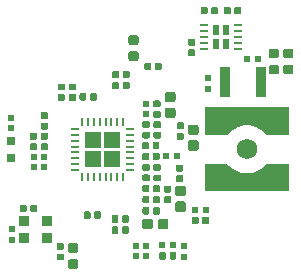
<source format=gbr>
G04 #@! TF.GenerationSoftware,KiCad,Pcbnew,(5.1.5)-3*
G04 #@! TF.CreationDate,2020-07-21T22:53:20-07:00*
G04 #@! TF.ProjectId,MiniCAM,4d696e69-4341-44d2-9e6b-696361645f70,rev?*
G04 #@! TF.SameCoordinates,Original*
G04 #@! TF.FileFunction,Paste,Top*
G04 #@! TF.FilePolarity,Positive*
%FSLAX46Y46*%
G04 Gerber Fmt 4.6, Leading zero omitted, Abs format (unit mm)*
G04 Created by KiCad (PCBNEW (5.1.5)-3) date 2020-07-21 22:53:20*
%MOMM*%
%LPD*%
G04 APERTURE LIST*
%ADD10R,0.560000X0.490000*%
%ADD11C,0.100000*%
%ADD12R,0.710000X0.770000*%
%ADD13R,0.880000X0.830000*%
%ADD14R,1.350000X1.350000*%
%ADD15R,0.680000X0.260000*%
%ADD16R,0.260000X0.680000*%
%ADD17R,0.600000X0.950000*%
%ADD18R,0.660000X0.260000*%
%ADD19R,0.490000X0.560000*%
%ADD20R,0.870000X2.620000*%
%ADD21C,1.730000*%
G04 APERTURE END LIST*
D10*
X114198400Y-34229000D03*
X114198400Y-35139000D03*
X117398800Y-47178600D03*
X117398800Y-46268600D03*
X119405400Y-32954600D03*
X119405400Y-32044600D03*
D11*
G36*
X107092812Y-46930098D02*
G01*
X107106888Y-46932186D01*
X107120691Y-46935644D01*
X107134089Y-46940437D01*
X107146953Y-46946521D01*
X107159158Y-46953837D01*
X107170587Y-46962313D01*
X107181130Y-46971870D01*
X107190687Y-46982413D01*
X107199163Y-46993842D01*
X107206479Y-47006047D01*
X107212563Y-47018911D01*
X107217356Y-47032309D01*
X107220814Y-47046112D01*
X107222902Y-47060188D01*
X107223600Y-47074400D01*
X107223600Y-47364400D01*
X107222902Y-47378612D01*
X107220814Y-47392688D01*
X107217356Y-47406491D01*
X107212563Y-47419889D01*
X107206479Y-47432753D01*
X107199163Y-47444958D01*
X107190687Y-47456387D01*
X107181130Y-47466930D01*
X107170587Y-47476487D01*
X107159158Y-47484963D01*
X107146953Y-47492279D01*
X107134089Y-47498363D01*
X107120691Y-47503156D01*
X107106888Y-47506614D01*
X107092812Y-47508702D01*
X107078600Y-47509400D01*
X106738600Y-47509400D01*
X106724388Y-47508702D01*
X106710312Y-47506614D01*
X106696509Y-47503156D01*
X106683111Y-47498363D01*
X106670247Y-47492279D01*
X106658042Y-47484963D01*
X106646613Y-47476487D01*
X106636070Y-47466930D01*
X106626513Y-47456387D01*
X106618037Y-47444958D01*
X106610721Y-47432753D01*
X106604637Y-47419889D01*
X106599844Y-47406491D01*
X106596386Y-47392688D01*
X106594298Y-47378612D01*
X106593600Y-47364400D01*
X106593600Y-47074400D01*
X106594298Y-47060188D01*
X106596386Y-47046112D01*
X106599844Y-47032309D01*
X106604637Y-47018911D01*
X106610721Y-47006047D01*
X106618037Y-46993842D01*
X106626513Y-46982413D01*
X106636070Y-46971870D01*
X106646613Y-46962313D01*
X106658042Y-46953837D01*
X106670247Y-46946521D01*
X106683111Y-46940437D01*
X106696509Y-46935644D01*
X106710312Y-46932186D01*
X106724388Y-46930098D01*
X106738600Y-46929400D01*
X107078600Y-46929400D01*
X107092812Y-46930098D01*
G37*
G36*
X107092812Y-46040098D02*
G01*
X107106888Y-46042186D01*
X107120691Y-46045644D01*
X107134089Y-46050437D01*
X107146953Y-46056521D01*
X107159158Y-46063837D01*
X107170587Y-46072313D01*
X107181130Y-46081870D01*
X107190687Y-46092413D01*
X107199163Y-46103842D01*
X107206479Y-46116047D01*
X107212563Y-46128911D01*
X107217356Y-46142309D01*
X107220814Y-46156112D01*
X107222902Y-46170188D01*
X107223600Y-46184400D01*
X107223600Y-46474400D01*
X107222902Y-46488612D01*
X107220814Y-46502688D01*
X107217356Y-46516491D01*
X107212563Y-46529889D01*
X107206479Y-46542753D01*
X107199163Y-46554958D01*
X107190687Y-46566387D01*
X107181130Y-46576930D01*
X107170587Y-46586487D01*
X107159158Y-46594963D01*
X107146953Y-46602279D01*
X107134089Y-46608363D01*
X107120691Y-46613156D01*
X107106888Y-46616614D01*
X107092812Y-46618702D01*
X107078600Y-46619400D01*
X106738600Y-46619400D01*
X106724388Y-46618702D01*
X106710312Y-46616614D01*
X106696509Y-46613156D01*
X106683111Y-46608363D01*
X106670247Y-46602279D01*
X106658042Y-46594963D01*
X106646613Y-46586487D01*
X106636070Y-46576930D01*
X106626513Y-46566387D01*
X106618037Y-46554958D01*
X106610721Y-46542753D01*
X106604637Y-46529889D01*
X106599844Y-46516491D01*
X106596386Y-46502688D01*
X106594298Y-46488612D01*
X106593600Y-46474400D01*
X106593600Y-46184400D01*
X106594298Y-46170188D01*
X106596386Y-46156112D01*
X106599844Y-46142309D01*
X106604637Y-46128911D01*
X106610721Y-46116047D01*
X106618037Y-46103842D01*
X106626513Y-46092413D01*
X106636070Y-46081870D01*
X106646613Y-46072313D01*
X106658042Y-46063837D01*
X106670247Y-46056521D01*
X106683111Y-46050437D01*
X106696509Y-46045644D01*
X106710312Y-46042186D01*
X106724388Y-46040098D01*
X106738600Y-46039400D01*
X107078600Y-46039400D01*
X107092812Y-46040098D01*
G37*
G36*
X115361412Y-30762898D02*
G01*
X115375488Y-30764986D01*
X115389291Y-30768444D01*
X115402689Y-30773237D01*
X115415553Y-30779321D01*
X115427758Y-30786637D01*
X115439187Y-30795113D01*
X115449730Y-30804670D01*
X115459287Y-30815213D01*
X115467763Y-30826642D01*
X115475079Y-30838847D01*
X115481163Y-30851711D01*
X115485956Y-30865109D01*
X115489414Y-30878912D01*
X115491502Y-30892988D01*
X115492200Y-30907200D01*
X115492200Y-31247200D01*
X115491502Y-31261412D01*
X115489414Y-31275488D01*
X115485956Y-31289291D01*
X115481163Y-31302689D01*
X115475079Y-31315553D01*
X115467763Y-31327758D01*
X115459287Y-31339187D01*
X115449730Y-31349730D01*
X115439187Y-31359287D01*
X115427758Y-31367763D01*
X115415553Y-31375079D01*
X115402689Y-31381163D01*
X115389291Y-31385956D01*
X115375488Y-31389414D01*
X115361412Y-31391502D01*
X115347200Y-31392200D01*
X115057200Y-31392200D01*
X115042988Y-31391502D01*
X115028912Y-31389414D01*
X115015109Y-31385956D01*
X115001711Y-31381163D01*
X114988847Y-31375079D01*
X114976642Y-31367763D01*
X114965213Y-31359287D01*
X114954670Y-31349730D01*
X114945113Y-31339187D01*
X114936637Y-31327758D01*
X114929321Y-31315553D01*
X114923237Y-31302689D01*
X114918444Y-31289291D01*
X114914986Y-31275488D01*
X114912898Y-31261412D01*
X114912200Y-31247200D01*
X114912200Y-30907200D01*
X114912898Y-30892988D01*
X114914986Y-30878912D01*
X114918444Y-30865109D01*
X114923237Y-30851711D01*
X114929321Y-30838847D01*
X114936637Y-30826642D01*
X114945113Y-30815213D01*
X114954670Y-30804670D01*
X114965213Y-30795113D01*
X114976642Y-30786637D01*
X114988847Y-30779321D01*
X115001711Y-30773237D01*
X115015109Y-30768444D01*
X115028912Y-30764986D01*
X115042988Y-30762898D01*
X115057200Y-30762200D01*
X115347200Y-30762200D01*
X115361412Y-30762898D01*
G37*
G36*
X114471412Y-30762898D02*
G01*
X114485488Y-30764986D01*
X114499291Y-30768444D01*
X114512689Y-30773237D01*
X114525553Y-30779321D01*
X114537758Y-30786637D01*
X114549187Y-30795113D01*
X114559730Y-30804670D01*
X114569287Y-30815213D01*
X114577763Y-30826642D01*
X114585079Y-30838847D01*
X114591163Y-30851711D01*
X114595956Y-30865109D01*
X114599414Y-30878912D01*
X114601502Y-30892988D01*
X114602200Y-30907200D01*
X114602200Y-31247200D01*
X114601502Y-31261412D01*
X114599414Y-31275488D01*
X114595956Y-31289291D01*
X114591163Y-31302689D01*
X114585079Y-31315553D01*
X114577763Y-31327758D01*
X114569287Y-31339187D01*
X114559730Y-31349730D01*
X114549187Y-31359287D01*
X114537758Y-31367763D01*
X114525553Y-31375079D01*
X114512689Y-31381163D01*
X114499291Y-31385956D01*
X114485488Y-31389414D01*
X114471412Y-31391502D01*
X114457200Y-31392200D01*
X114167200Y-31392200D01*
X114152988Y-31391502D01*
X114138912Y-31389414D01*
X114125109Y-31385956D01*
X114111711Y-31381163D01*
X114098847Y-31375079D01*
X114086642Y-31367763D01*
X114075213Y-31359287D01*
X114064670Y-31349730D01*
X114055113Y-31339187D01*
X114046637Y-31327758D01*
X114039321Y-31315553D01*
X114033237Y-31302689D01*
X114028444Y-31289291D01*
X114024986Y-31275488D01*
X114022898Y-31261412D01*
X114022200Y-31247200D01*
X114022200Y-30907200D01*
X114022898Y-30892988D01*
X114024986Y-30878912D01*
X114028444Y-30865109D01*
X114033237Y-30851711D01*
X114039321Y-30838847D01*
X114046637Y-30826642D01*
X114055113Y-30815213D01*
X114064670Y-30804670D01*
X114075213Y-30795113D01*
X114086642Y-30786637D01*
X114098847Y-30779321D01*
X114111711Y-30773237D01*
X114125109Y-30768444D01*
X114138912Y-30764986D01*
X114152988Y-30762898D01*
X114167200Y-30762200D01*
X114457200Y-30762200D01*
X114471412Y-30762898D01*
G37*
G36*
X108253148Y-47406975D02*
G01*
X108272806Y-47409891D01*
X108292083Y-47414720D01*
X108310793Y-47421414D01*
X108328758Y-47429911D01*
X108345803Y-47440127D01*
X108361765Y-47451965D01*
X108376489Y-47465311D01*
X108389835Y-47480035D01*
X108401673Y-47495997D01*
X108411889Y-47513042D01*
X108420386Y-47531007D01*
X108427080Y-47549717D01*
X108431909Y-47568994D01*
X108434825Y-47588652D01*
X108435800Y-47608500D01*
X108435800Y-48013500D01*
X108434825Y-48033348D01*
X108431909Y-48053006D01*
X108427080Y-48072283D01*
X108420386Y-48090993D01*
X108411889Y-48108958D01*
X108401673Y-48126003D01*
X108389835Y-48141965D01*
X108376489Y-48156689D01*
X108361765Y-48170035D01*
X108345803Y-48181873D01*
X108328758Y-48192089D01*
X108310793Y-48200586D01*
X108292083Y-48207280D01*
X108272806Y-48212109D01*
X108253148Y-48215025D01*
X108233300Y-48216000D01*
X107768300Y-48216000D01*
X107748452Y-48215025D01*
X107728794Y-48212109D01*
X107709517Y-48207280D01*
X107690807Y-48200586D01*
X107672842Y-48192089D01*
X107655797Y-48181873D01*
X107639835Y-48170035D01*
X107625111Y-48156689D01*
X107611765Y-48141965D01*
X107599927Y-48126003D01*
X107589711Y-48108958D01*
X107581214Y-48090993D01*
X107574520Y-48072283D01*
X107569691Y-48053006D01*
X107566775Y-48033348D01*
X107565800Y-48013500D01*
X107565800Y-47608500D01*
X107566775Y-47588652D01*
X107569691Y-47568994D01*
X107574520Y-47549717D01*
X107581214Y-47531007D01*
X107589711Y-47513042D01*
X107599927Y-47495997D01*
X107611765Y-47480035D01*
X107625111Y-47465311D01*
X107639835Y-47451965D01*
X107655797Y-47440127D01*
X107672842Y-47429911D01*
X107690807Y-47421414D01*
X107709517Y-47414720D01*
X107728794Y-47409891D01*
X107748452Y-47406975D01*
X107768300Y-47406000D01*
X108233300Y-47406000D01*
X108253148Y-47406975D01*
G37*
G36*
X108253148Y-46046975D02*
G01*
X108272806Y-46049891D01*
X108292083Y-46054720D01*
X108310793Y-46061414D01*
X108328758Y-46069911D01*
X108345803Y-46080127D01*
X108361765Y-46091965D01*
X108376489Y-46105311D01*
X108389835Y-46120035D01*
X108401673Y-46135997D01*
X108411889Y-46153042D01*
X108420386Y-46171007D01*
X108427080Y-46189717D01*
X108431909Y-46208994D01*
X108434825Y-46228652D01*
X108435800Y-46248500D01*
X108435800Y-46653500D01*
X108434825Y-46673348D01*
X108431909Y-46693006D01*
X108427080Y-46712283D01*
X108420386Y-46730993D01*
X108411889Y-46748958D01*
X108401673Y-46766003D01*
X108389835Y-46781965D01*
X108376489Y-46796689D01*
X108361765Y-46810035D01*
X108345803Y-46821873D01*
X108328758Y-46832089D01*
X108310793Y-46840586D01*
X108292083Y-46847280D01*
X108272806Y-46852109D01*
X108253148Y-46855025D01*
X108233300Y-46856000D01*
X107768300Y-46856000D01*
X107748452Y-46855025D01*
X107728794Y-46852109D01*
X107709517Y-46847280D01*
X107690807Y-46840586D01*
X107672842Y-46832089D01*
X107655797Y-46821873D01*
X107639835Y-46810035D01*
X107625111Y-46796689D01*
X107611765Y-46781965D01*
X107599927Y-46766003D01*
X107589711Y-46748958D01*
X107581214Y-46730993D01*
X107574520Y-46712283D01*
X107569691Y-46693006D01*
X107566775Y-46673348D01*
X107565800Y-46653500D01*
X107565800Y-46248500D01*
X107566775Y-46228652D01*
X107569691Y-46208994D01*
X107574520Y-46189717D01*
X107581214Y-46171007D01*
X107589711Y-46153042D01*
X107599927Y-46135997D01*
X107611765Y-46120035D01*
X107625111Y-46105311D01*
X107639835Y-46091965D01*
X107655797Y-46080127D01*
X107672842Y-46069911D01*
X107690807Y-46061414D01*
X107709517Y-46054720D01*
X107728794Y-46049891D01*
X107748452Y-46046975D01*
X107768300Y-46046000D01*
X108233300Y-46046000D01*
X108253148Y-46046975D01*
G37*
G36*
X113358548Y-28443775D02*
G01*
X113378206Y-28446691D01*
X113397483Y-28451520D01*
X113416193Y-28458214D01*
X113434158Y-28466711D01*
X113451203Y-28476927D01*
X113467165Y-28488765D01*
X113481889Y-28502111D01*
X113495235Y-28516835D01*
X113507073Y-28532797D01*
X113517289Y-28549842D01*
X113525786Y-28567807D01*
X113532480Y-28586517D01*
X113537309Y-28605794D01*
X113540225Y-28625452D01*
X113541200Y-28645300D01*
X113541200Y-29050300D01*
X113540225Y-29070148D01*
X113537309Y-29089806D01*
X113532480Y-29109083D01*
X113525786Y-29127793D01*
X113517289Y-29145758D01*
X113507073Y-29162803D01*
X113495235Y-29178765D01*
X113481889Y-29193489D01*
X113467165Y-29206835D01*
X113451203Y-29218673D01*
X113434158Y-29228889D01*
X113416193Y-29237386D01*
X113397483Y-29244080D01*
X113378206Y-29248909D01*
X113358548Y-29251825D01*
X113338700Y-29252800D01*
X112873700Y-29252800D01*
X112853852Y-29251825D01*
X112834194Y-29248909D01*
X112814917Y-29244080D01*
X112796207Y-29237386D01*
X112778242Y-29228889D01*
X112761197Y-29218673D01*
X112745235Y-29206835D01*
X112730511Y-29193489D01*
X112717165Y-29178765D01*
X112705327Y-29162803D01*
X112695111Y-29145758D01*
X112686614Y-29127793D01*
X112679920Y-29109083D01*
X112675091Y-29089806D01*
X112672175Y-29070148D01*
X112671200Y-29050300D01*
X112671200Y-28645300D01*
X112672175Y-28625452D01*
X112675091Y-28605794D01*
X112679920Y-28586517D01*
X112686614Y-28567807D01*
X112695111Y-28549842D01*
X112705327Y-28532797D01*
X112717165Y-28516835D01*
X112730511Y-28502111D01*
X112745235Y-28488765D01*
X112761197Y-28476927D01*
X112778242Y-28466711D01*
X112796207Y-28458214D01*
X112814917Y-28451520D01*
X112834194Y-28446691D01*
X112853852Y-28443775D01*
X112873700Y-28442800D01*
X113338700Y-28442800D01*
X113358548Y-28443775D01*
G37*
G36*
X113358548Y-29803775D02*
G01*
X113378206Y-29806691D01*
X113397483Y-29811520D01*
X113416193Y-29818214D01*
X113434158Y-29826711D01*
X113451203Y-29836927D01*
X113467165Y-29848765D01*
X113481889Y-29862111D01*
X113495235Y-29876835D01*
X113507073Y-29892797D01*
X113517289Y-29909842D01*
X113525786Y-29927807D01*
X113532480Y-29946517D01*
X113537309Y-29965794D01*
X113540225Y-29985452D01*
X113541200Y-30005300D01*
X113541200Y-30410300D01*
X113540225Y-30430148D01*
X113537309Y-30449806D01*
X113532480Y-30469083D01*
X113525786Y-30487793D01*
X113517289Y-30505758D01*
X113507073Y-30522803D01*
X113495235Y-30538765D01*
X113481889Y-30553489D01*
X113467165Y-30566835D01*
X113451203Y-30578673D01*
X113434158Y-30588889D01*
X113416193Y-30597386D01*
X113397483Y-30604080D01*
X113378206Y-30608909D01*
X113358548Y-30611825D01*
X113338700Y-30612800D01*
X112873700Y-30612800D01*
X112853852Y-30611825D01*
X112834194Y-30608909D01*
X112814917Y-30604080D01*
X112796207Y-30597386D01*
X112778242Y-30588889D01*
X112761197Y-30578673D01*
X112745235Y-30566835D01*
X112730511Y-30553489D01*
X112717165Y-30538765D01*
X112705327Y-30522803D01*
X112695111Y-30505758D01*
X112686614Y-30487793D01*
X112679920Y-30469083D01*
X112675091Y-30449806D01*
X112672175Y-30430148D01*
X112671200Y-30410300D01*
X112671200Y-30005300D01*
X112672175Y-29985452D01*
X112675091Y-29965794D01*
X112679920Y-29946517D01*
X112686614Y-29927807D01*
X112695111Y-29909842D01*
X112705327Y-29892797D01*
X112717165Y-29876835D01*
X112730511Y-29862111D01*
X112745235Y-29848765D01*
X112761197Y-29836927D01*
X112778242Y-29826711D01*
X112796207Y-29818214D01*
X112814917Y-29811520D01*
X112834194Y-29806691D01*
X112853852Y-29803775D01*
X112873700Y-29802800D01*
X113338700Y-29802800D01*
X113358548Y-29803775D01*
G37*
G36*
X125245748Y-29586775D02*
G01*
X125265406Y-29589691D01*
X125284683Y-29594520D01*
X125303393Y-29601214D01*
X125321358Y-29609711D01*
X125338403Y-29619927D01*
X125354365Y-29631765D01*
X125369089Y-29645111D01*
X125382435Y-29659835D01*
X125394273Y-29675797D01*
X125404489Y-29692842D01*
X125412986Y-29710807D01*
X125419680Y-29729517D01*
X125424509Y-29748794D01*
X125427425Y-29768452D01*
X125428400Y-29788300D01*
X125428400Y-30193300D01*
X125427425Y-30213148D01*
X125424509Y-30232806D01*
X125419680Y-30252083D01*
X125412986Y-30270793D01*
X125404489Y-30288758D01*
X125394273Y-30305803D01*
X125382435Y-30321765D01*
X125369089Y-30336489D01*
X125354365Y-30349835D01*
X125338403Y-30361673D01*
X125321358Y-30371889D01*
X125303393Y-30380386D01*
X125284683Y-30387080D01*
X125265406Y-30391909D01*
X125245748Y-30394825D01*
X125225900Y-30395800D01*
X124760900Y-30395800D01*
X124741052Y-30394825D01*
X124721394Y-30391909D01*
X124702117Y-30387080D01*
X124683407Y-30380386D01*
X124665442Y-30371889D01*
X124648397Y-30361673D01*
X124632435Y-30349835D01*
X124617711Y-30336489D01*
X124604365Y-30321765D01*
X124592527Y-30305803D01*
X124582311Y-30288758D01*
X124573814Y-30270793D01*
X124567120Y-30252083D01*
X124562291Y-30232806D01*
X124559375Y-30213148D01*
X124558400Y-30193300D01*
X124558400Y-29788300D01*
X124559375Y-29768452D01*
X124562291Y-29748794D01*
X124567120Y-29729517D01*
X124573814Y-29710807D01*
X124582311Y-29692842D01*
X124592527Y-29675797D01*
X124604365Y-29659835D01*
X124617711Y-29645111D01*
X124632435Y-29631765D01*
X124648397Y-29619927D01*
X124665442Y-29609711D01*
X124683407Y-29601214D01*
X124702117Y-29594520D01*
X124721394Y-29589691D01*
X124741052Y-29586775D01*
X124760900Y-29585800D01*
X125225900Y-29585800D01*
X125245748Y-29586775D01*
G37*
G36*
X125245748Y-30946775D02*
G01*
X125265406Y-30949691D01*
X125284683Y-30954520D01*
X125303393Y-30961214D01*
X125321358Y-30969711D01*
X125338403Y-30979927D01*
X125354365Y-30991765D01*
X125369089Y-31005111D01*
X125382435Y-31019835D01*
X125394273Y-31035797D01*
X125404489Y-31052842D01*
X125412986Y-31070807D01*
X125419680Y-31089517D01*
X125424509Y-31108794D01*
X125427425Y-31128452D01*
X125428400Y-31148300D01*
X125428400Y-31553300D01*
X125427425Y-31573148D01*
X125424509Y-31592806D01*
X125419680Y-31612083D01*
X125412986Y-31630793D01*
X125404489Y-31648758D01*
X125394273Y-31665803D01*
X125382435Y-31681765D01*
X125369089Y-31696489D01*
X125354365Y-31709835D01*
X125338403Y-31721673D01*
X125321358Y-31731889D01*
X125303393Y-31740386D01*
X125284683Y-31747080D01*
X125265406Y-31751909D01*
X125245748Y-31754825D01*
X125225900Y-31755800D01*
X124760900Y-31755800D01*
X124741052Y-31754825D01*
X124721394Y-31751909D01*
X124702117Y-31747080D01*
X124683407Y-31740386D01*
X124665442Y-31731889D01*
X124648397Y-31721673D01*
X124632435Y-31709835D01*
X124617711Y-31696489D01*
X124604365Y-31681765D01*
X124592527Y-31665803D01*
X124582311Y-31648758D01*
X124573814Y-31630793D01*
X124567120Y-31612083D01*
X124562291Y-31592806D01*
X124559375Y-31573148D01*
X124558400Y-31553300D01*
X124558400Y-31148300D01*
X124559375Y-31128452D01*
X124562291Y-31108794D01*
X124567120Y-31089517D01*
X124573814Y-31070807D01*
X124582311Y-31052842D01*
X124592527Y-31035797D01*
X124604365Y-31019835D01*
X124617711Y-31005111D01*
X124632435Y-30991765D01*
X124648397Y-30979927D01*
X124665442Y-30969711D01*
X124683407Y-30961214D01*
X124702117Y-30954520D01*
X124721394Y-30949691D01*
X124741052Y-30946775D01*
X124760900Y-30945800D01*
X125225900Y-30945800D01*
X125245748Y-30946775D01*
G37*
D12*
X102768400Y-38830000D03*
X102768400Y-37370000D03*
D13*
X103855400Y-44161800D03*
X105745400Y-44161800D03*
X105745400Y-45601800D03*
X103855400Y-45601800D03*
D14*
X109715000Y-37338000D03*
X109715000Y-38888000D03*
X111265000Y-37338000D03*
X111265000Y-38888000D03*
D15*
X108155000Y-39863000D03*
X108155000Y-39363000D03*
X108155000Y-38863000D03*
X108155000Y-38363000D03*
X108155000Y-37863000D03*
X108155000Y-37363000D03*
X108155000Y-36863000D03*
X108155000Y-36363000D03*
D16*
X108740000Y-35778000D03*
X109240000Y-35778000D03*
X109740000Y-35778000D03*
X110240000Y-35778000D03*
X110740000Y-35778000D03*
X111240000Y-35778000D03*
X111740000Y-35778000D03*
X112240000Y-35778000D03*
D15*
X112825000Y-36363000D03*
X112825000Y-36863000D03*
X112825000Y-37363000D03*
X112825000Y-37863000D03*
X112825000Y-38363000D03*
X112825000Y-38863000D03*
X112825000Y-39363000D03*
X112825000Y-39863000D03*
D16*
X112240000Y-40448000D03*
X111740000Y-40448000D03*
X111240000Y-40448000D03*
X110740000Y-40448000D03*
X110240000Y-40448000D03*
X109740000Y-40448000D03*
X109240000Y-40448000D03*
X108740000Y-40448000D03*
D17*
X120923000Y-28000000D03*
X120123000Y-28000000D03*
X120923000Y-29150000D03*
X120123000Y-29150000D03*
D18*
X121953000Y-27575000D03*
X121953000Y-28075000D03*
X121953000Y-28575000D03*
X121953000Y-29075000D03*
X121953000Y-29575000D03*
X119093000Y-29575000D03*
X119093000Y-29075000D03*
X119093000Y-28575000D03*
X119093000Y-28075000D03*
X119093000Y-27575000D03*
D10*
X102819200Y-45768600D03*
X102819200Y-44858600D03*
D19*
X114196200Y-47091600D03*
X113286200Y-47091600D03*
X113286200Y-46253400D03*
X114196200Y-46253400D03*
X116431400Y-46228000D03*
X115521400Y-46228000D03*
D10*
X105562400Y-39621800D03*
X105562400Y-38711800D03*
X104724200Y-39621800D03*
X104724200Y-38711800D03*
D19*
X118315400Y-43230800D03*
X119225400Y-43230800D03*
X116787000Y-38684200D03*
X115877000Y-38684200D03*
D10*
X102768400Y-36319800D03*
X102768400Y-35409800D03*
D19*
X122760400Y-30480000D03*
X123670400Y-30480000D03*
D11*
G36*
X116464309Y-34561871D02*
G01*
X116485908Y-34565075D01*
X116507088Y-34570381D01*
X116527647Y-34577737D01*
X116547386Y-34587073D01*
X116566114Y-34598298D01*
X116583653Y-34611305D01*
X116599831Y-34625969D01*
X116614495Y-34642147D01*
X116627502Y-34659686D01*
X116638727Y-34678414D01*
X116648063Y-34698153D01*
X116655419Y-34718712D01*
X116660725Y-34739892D01*
X116663929Y-34761491D01*
X116665000Y-34783300D01*
X116665000Y-35228300D01*
X116663929Y-35250109D01*
X116660725Y-35271708D01*
X116655419Y-35292888D01*
X116648063Y-35313447D01*
X116638727Y-35333186D01*
X116627502Y-35351914D01*
X116614495Y-35369453D01*
X116599831Y-35385631D01*
X116583653Y-35400295D01*
X116566114Y-35413302D01*
X116547386Y-35424527D01*
X116527647Y-35433863D01*
X116507088Y-35441219D01*
X116485908Y-35446525D01*
X116464309Y-35449729D01*
X116442500Y-35450800D01*
X115967500Y-35450800D01*
X115945691Y-35449729D01*
X115924092Y-35446525D01*
X115902912Y-35441219D01*
X115882353Y-35433863D01*
X115862614Y-35424527D01*
X115843886Y-35413302D01*
X115826347Y-35400295D01*
X115810169Y-35385631D01*
X115795505Y-35369453D01*
X115782498Y-35351914D01*
X115771273Y-35333186D01*
X115761937Y-35313447D01*
X115754581Y-35292888D01*
X115749275Y-35271708D01*
X115746071Y-35250109D01*
X115745000Y-35228300D01*
X115745000Y-34783300D01*
X115746071Y-34761491D01*
X115749275Y-34739892D01*
X115754581Y-34718712D01*
X115761937Y-34698153D01*
X115771273Y-34678414D01*
X115782498Y-34659686D01*
X115795505Y-34642147D01*
X115810169Y-34625969D01*
X115826347Y-34611305D01*
X115843886Y-34598298D01*
X115862614Y-34587073D01*
X115882353Y-34577737D01*
X115902912Y-34570381D01*
X115924092Y-34565075D01*
X115945691Y-34561871D01*
X115967500Y-34560800D01*
X116442500Y-34560800D01*
X116464309Y-34561871D01*
G37*
G36*
X116464309Y-33231871D02*
G01*
X116485908Y-33235075D01*
X116507088Y-33240381D01*
X116527647Y-33247737D01*
X116547386Y-33257073D01*
X116566114Y-33268298D01*
X116583653Y-33281305D01*
X116599831Y-33295969D01*
X116614495Y-33312147D01*
X116627502Y-33329686D01*
X116638727Y-33348414D01*
X116648063Y-33368153D01*
X116655419Y-33388712D01*
X116660725Y-33409892D01*
X116663929Y-33431491D01*
X116665000Y-33453300D01*
X116665000Y-33898300D01*
X116663929Y-33920109D01*
X116660725Y-33941708D01*
X116655419Y-33962888D01*
X116648063Y-33983447D01*
X116638727Y-34003186D01*
X116627502Y-34021914D01*
X116614495Y-34039453D01*
X116599831Y-34055631D01*
X116583653Y-34070295D01*
X116566114Y-34083302D01*
X116547386Y-34094527D01*
X116527647Y-34103863D01*
X116507088Y-34111219D01*
X116485908Y-34116525D01*
X116464309Y-34119729D01*
X116442500Y-34120800D01*
X115967500Y-34120800D01*
X115945691Y-34119729D01*
X115924092Y-34116525D01*
X115902912Y-34111219D01*
X115882353Y-34103863D01*
X115862614Y-34094527D01*
X115843886Y-34083302D01*
X115826347Y-34070295D01*
X115810169Y-34055631D01*
X115795505Y-34039453D01*
X115782498Y-34021914D01*
X115771273Y-34003186D01*
X115761937Y-33983447D01*
X115754581Y-33962888D01*
X115749275Y-33941708D01*
X115746071Y-33920109D01*
X115745000Y-33898300D01*
X115745000Y-33453300D01*
X115746071Y-33431491D01*
X115749275Y-33409892D01*
X115754581Y-33388712D01*
X115761937Y-33368153D01*
X115771273Y-33348414D01*
X115782498Y-33329686D01*
X115795505Y-33312147D01*
X115810169Y-33295969D01*
X115826347Y-33281305D01*
X115843886Y-33268298D01*
X115862614Y-33257073D01*
X115882353Y-33247737D01*
X115902912Y-33240381D01*
X115924092Y-33235075D01*
X115945691Y-33231871D01*
X115967500Y-33230800D01*
X116442500Y-33230800D01*
X116464309Y-33231871D01*
G37*
G36*
X114539709Y-43965671D02*
G01*
X114561308Y-43968875D01*
X114582488Y-43974181D01*
X114603047Y-43981537D01*
X114622786Y-43990873D01*
X114641514Y-44002098D01*
X114659053Y-44015105D01*
X114675231Y-44029769D01*
X114689895Y-44045947D01*
X114702902Y-44063486D01*
X114714127Y-44082214D01*
X114723463Y-44101953D01*
X114730819Y-44122512D01*
X114736125Y-44143692D01*
X114739329Y-44165291D01*
X114740400Y-44187100D01*
X114740400Y-44662100D01*
X114739329Y-44683909D01*
X114736125Y-44705508D01*
X114730819Y-44726688D01*
X114723463Y-44747247D01*
X114714127Y-44766986D01*
X114702902Y-44785714D01*
X114689895Y-44803253D01*
X114675231Y-44819431D01*
X114659053Y-44834095D01*
X114641514Y-44847102D01*
X114622786Y-44858327D01*
X114603047Y-44867663D01*
X114582488Y-44875019D01*
X114561308Y-44880325D01*
X114539709Y-44883529D01*
X114517900Y-44884600D01*
X114072900Y-44884600D01*
X114051091Y-44883529D01*
X114029492Y-44880325D01*
X114008312Y-44875019D01*
X113987753Y-44867663D01*
X113968014Y-44858327D01*
X113949286Y-44847102D01*
X113931747Y-44834095D01*
X113915569Y-44819431D01*
X113900905Y-44803253D01*
X113887898Y-44785714D01*
X113876673Y-44766986D01*
X113867337Y-44747247D01*
X113859981Y-44726688D01*
X113854675Y-44705508D01*
X113851471Y-44683909D01*
X113850400Y-44662100D01*
X113850400Y-44187100D01*
X113851471Y-44165291D01*
X113854675Y-44143692D01*
X113859981Y-44122512D01*
X113867337Y-44101953D01*
X113876673Y-44082214D01*
X113887898Y-44063486D01*
X113900905Y-44045947D01*
X113915569Y-44029769D01*
X113931747Y-44015105D01*
X113949286Y-44002098D01*
X113968014Y-43990873D01*
X113987753Y-43981537D01*
X114008312Y-43974181D01*
X114029492Y-43968875D01*
X114051091Y-43965671D01*
X114072900Y-43964600D01*
X114517900Y-43964600D01*
X114539709Y-43965671D01*
G37*
G36*
X115869709Y-43965671D02*
G01*
X115891308Y-43968875D01*
X115912488Y-43974181D01*
X115933047Y-43981537D01*
X115952786Y-43990873D01*
X115971514Y-44002098D01*
X115989053Y-44015105D01*
X116005231Y-44029769D01*
X116019895Y-44045947D01*
X116032902Y-44063486D01*
X116044127Y-44082214D01*
X116053463Y-44101953D01*
X116060819Y-44122512D01*
X116066125Y-44143692D01*
X116069329Y-44165291D01*
X116070400Y-44187100D01*
X116070400Y-44662100D01*
X116069329Y-44683909D01*
X116066125Y-44705508D01*
X116060819Y-44726688D01*
X116053463Y-44747247D01*
X116044127Y-44766986D01*
X116032902Y-44785714D01*
X116019895Y-44803253D01*
X116005231Y-44819431D01*
X115989053Y-44834095D01*
X115971514Y-44847102D01*
X115952786Y-44858327D01*
X115933047Y-44867663D01*
X115912488Y-44875019D01*
X115891308Y-44880325D01*
X115869709Y-44883529D01*
X115847900Y-44884600D01*
X115402900Y-44884600D01*
X115381091Y-44883529D01*
X115359492Y-44880325D01*
X115338312Y-44875019D01*
X115317753Y-44867663D01*
X115298014Y-44858327D01*
X115279286Y-44847102D01*
X115261747Y-44834095D01*
X115245569Y-44819431D01*
X115230905Y-44803253D01*
X115217898Y-44785714D01*
X115206673Y-44766986D01*
X115197337Y-44747247D01*
X115189981Y-44726688D01*
X115184675Y-44705508D01*
X115181471Y-44683909D01*
X115180400Y-44662100D01*
X115180400Y-44187100D01*
X115181471Y-44165291D01*
X115184675Y-44143692D01*
X115189981Y-44122512D01*
X115197337Y-44101953D01*
X115206673Y-44082214D01*
X115217898Y-44063486D01*
X115230905Y-44045947D01*
X115245569Y-44029769D01*
X115261747Y-44015105D01*
X115279286Y-44002098D01*
X115298014Y-43990873D01*
X115317753Y-43981537D01*
X115338312Y-43974181D01*
X115359492Y-43968875D01*
X115381091Y-43965671D01*
X115402900Y-43964600D01*
X115847900Y-43964600D01*
X115869709Y-43965671D01*
G37*
G36*
X117353309Y-41182071D02*
G01*
X117374908Y-41185275D01*
X117396088Y-41190581D01*
X117416647Y-41197937D01*
X117436386Y-41207273D01*
X117455114Y-41218498D01*
X117472653Y-41231505D01*
X117488831Y-41246169D01*
X117503495Y-41262347D01*
X117516502Y-41279886D01*
X117527727Y-41298614D01*
X117537063Y-41318353D01*
X117544419Y-41338912D01*
X117549725Y-41360092D01*
X117552929Y-41381691D01*
X117554000Y-41403500D01*
X117554000Y-41848500D01*
X117552929Y-41870309D01*
X117549725Y-41891908D01*
X117544419Y-41913088D01*
X117537063Y-41933647D01*
X117527727Y-41953386D01*
X117516502Y-41972114D01*
X117503495Y-41989653D01*
X117488831Y-42005831D01*
X117472653Y-42020495D01*
X117455114Y-42033502D01*
X117436386Y-42044727D01*
X117416647Y-42054063D01*
X117396088Y-42061419D01*
X117374908Y-42066725D01*
X117353309Y-42069929D01*
X117331500Y-42071000D01*
X116856500Y-42071000D01*
X116834691Y-42069929D01*
X116813092Y-42066725D01*
X116791912Y-42061419D01*
X116771353Y-42054063D01*
X116751614Y-42044727D01*
X116732886Y-42033502D01*
X116715347Y-42020495D01*
X116699169Y-42005831D01*
X116684505Y-41989653D01*
X116671498Y-41972114D01*
X116660273Y-41953386D01*
X116650937Y-41933647D01*
X116643581Y-41913088D01*
X116638275Y-41891908D01*
X116635071Y-41870309D01*
X116634000Y-41848500D01*
X116634000Y-41403500D01*
X116635071Y-41381691D01*
X116638275Y-41360092D01*
X116643581Y-41338912D01*
X116650937Y-41318353D01*
X116660273Y-41298614D01*
X116671498Y-41279886D01*
X116684505Y-41262347D01*
X116699169Y-41246169D01*
X116715347Y-41231505D01*
X116732886Y-41218498D01*
X116751614Y-41207273D01*
X116771353Y-41197937D01*
X116791912Y-41190581D01*
X116813092Y-41185275D01*
X116834691Y-41182071D01*
X116856500Y-41181000D01*
X117331500Y-41181000D01*
X117353309Y-41182071D01*
G37*
G36*
X117353309Y-42512071D02*
G01*
X117374908Y-42515275D01*
X117396088Y-42520581D01*
X117416647Y-42527937D01*
X117436386Y-42537273D01*
X117455114Y-42548498D01*
X117472653Y-42561505D01*
X117488831Y-42576169D01*
X117503495Y-42592347D01*
X117516502Y-42609886D01*
X117527727Y-42628614D01*
X117537063Y-42648353D01*
X117544419Y-42668912D01*
X117549725Y-42690092D01*
X117552929Y-42711691D01*
X117554000Y-42733500D01*
X117554000Y-43178500D01*
X117552929Y-43200309D01*
X117549725Y-43221908D01*
X117544419Y-43243088D01*
X117537063Y-43263647D01*
X117527727Y-43283386D01*
X117516502Y-43302114D01*
X117503495Y-43319653D01*
X117488831Y-43335831D01*
X117472653Y-43350495D01*
X117455114Y-43363502D01*
X117436386Y-43374727D01*
X117416647Y-43384063D01*
X117396088Y-43391419D01*
X117374908Y-43396725D01*
X117353309Y-43399929D01*
X117331500Y-43401000D01*
X116856500Y-43401000D01*
X116834691Y-43399929D01*
X116813092Y-43396725D01*
X116791912Y-43391419D01*
X116771353Y-43384063D01*
X116751614Y-43374727D01*
X116732886Y-43363502D01*
X116715347Y-43350495D01*
X116699169Y-43335831D01*
X116684505Y-43319653D01*
X116671498Y-43302114D01*
X116660273Y-43283386D01*
X116650937Y-43263647D01*
X116643581Y-43243088D01*
X116638275Y-43221908D01*
X116635071Y-43200309D01*
X116634000Y-43178500D01*
X116634000Y-42733500D01*
X116635071Y-42711691D01*
X116638275Y-42690092D01*
X116643581Y-42668912D01*
X116650937Y-42648353D01*
X116660273Y-42628614D01*
X116671498Y-42609886D01*
X116684505Y-42592347D01*
X116699169Y-42576169D01*
X116715347Y-42561505D01*
X116732886Y-42548498D01*
X116751614Y-42537273D01*
X116771353Y-42527937D01*
X116791912Y-42520581D01*
X116813092Y-42515275D01*
X116834691Y-42512071D01*
X116856500Y-42511000D01*
X117331500Y-42511000D01*
X117353309Y-42512071D01*
G37*
D20*
X123876800Y-32410400D03*
X120826800Y-32410400D03*
D11*
G36*
X118420109Y-36000471D02*
G01*
X118441708Y-36003675D01*
X118462888Y-36008981D01*
X118483447Y-36016337D01*
X118503186Y-36025673D01*
X118521914Y-36036898D01*
X118539453Y-36049905D01*
X118555631Y-36064569D01*
X118570295Y-36080747D01*
X118583302Y-36098286D01*
X118594527Y-36117014D01*
X118603863Y-36136753D01*
X118611219Y-36157312D01*
X118616525Y-36178492D01*
X118619729Y-36200091D01*
X118620800Y-36221900D01*
X118620800Y-36666900D01*
X118619729Y-36688709D01*
X118616525Y-36710308D01*
X118611219Y-36731488D01*
X118603863Y-36752047D01*
X118594527Y-36771786D01*
X118583302Y-36790514D01*
X118570295Y-36808053D01*
X118555631Y-36824231D01*
X118539453Y-36838895D01*
X118521914Y-36851902D01*
X118503186Y-36863127D01*
X118483447Y-36872463D01*
X118462888Y-36879819D01*
X118441708Y-36885125D01*
X118420109Y-36888329D01*
X118398300Y-36889400D01*
X117923300Y-36889400D01*
X117901491Y-36888329D01*
X117879892Y-36885125D01*
X117858712Y-36879819D01*
X117838153Y-36872463D01*
X117818414Y-36863127D01*
X117799686Y-36851902D01*
X117782147Y-36838895D01*
X117765969Y-36824231D01*
X117751305Y-36808053D01*
X117738298Y-36790514D01*
X117727073Y-36771786D01*
X117717737Y-36752047D01*
X117710381Y-36731488D01*
X117705075Y-36710308D01*
X117701871Y-36688709D01*
X117700800Y-36666900D01*
X117700800Y-36221900D01*
X117701871Y-36200091D01*
X117705075Y-36178492D01*
X117710381Y-36157312D01*
X117717737Y-36136753D01*
X117727073Y-36117014D01*
X117738298Y-36098286D01*
X117751305Y-36080747D01*
X117765969Y-36064569D01*
X117782147Y-36049905D01*
X117799686Y-36036898D01*
X117818414Y-36025673D01*
X117838153Y-36016337D01*
X117858712Y-36008981D01*
X117879892Y-36003675D01*
X117901491Y-36000471D01*
X117923300Y-35999400D01*
X118398300Y-35999400D01*
X118420109Y-36000471D01*
G37*
G36*
X118420109Y-37330471D02*
G01*
X118441708Y-37333675D01*
X118462888Y-37338981D01*
X118483447Y-37346337D01*
X118503186Y-37355673D01*
X118521914Y-37366898D01*
X118539453Y-37379905D01*
X118555631Y-37394569D01*
X118570295Y-37410747D01*
X118583302Y-37428286D01*
X118594527Y-37447014D01*
X118603863Y-37466753D01*
X118611219Y-37487312D01*
X118616525Y-37508492D01*
X118619729Y-37530091D01*
X118620800Y-37551900D01*
X118620800Y-37996900D01*
X118619729Y-38018709D01*
X118616525Y-38040308D01*
X118611219Y-38061488D01*
X118603863Y-38082047D01*
X118594527Y-38101786D01*
X118583302Y-38120514D01*
X118570295Y-38138053D01*
X118555631Y-38154231D01*
X118539453Y-38168895D01*
X118521914Y-38181902D01*
X118503186Y-38193127D01*
X118483447Y-38202463D01*
X118462888Y-38209819D01*
X118441708Y-38215125D01*
X118420109Y-38218329D01*
X118398300Y-38219400D01*
X117923300Y-38219400D01*
X117901491Y-38218329D01*
X117879892Y-38215125D01*
X117858712Y-38209819D01*
X117838153Y-38202463D01*
X117818414Y-38193127D01*
X117799686Y-38181902D01*
X117782147Y-38168895D01*
X117765969Y-38154231D01*
X117751305Y-38138053D01*
X117738298Y-38120514D01*
X117727073Y-38101786D01*
X117717737Y-38082047D01*
X117710381Y-38061488D01*
X117705075Y-38040308D01*
X117701871Y-38018709D01*
X117700800Y-37996900D01*
X117700800Y-37551900D01*
X117701871Y-37530091D01*
X117705075Y-37508492D01*
X117710381Y-37487312D01*
X117717737Y-37466753D01*
X117727073Y-37447014D01*
X117738298Y-37428286D01*
X117751305Y-37410747D01*
X117765969Y-37394569D01*
X117782147Y-37379905D01*
X117799686Y-37366898D01*
X117818414Y-37355673D01*
X117838153Y-37346337D01*
X117858712Y-37338981D01*
X117879892Y-37333675D01*
X117901491Y-37330471D01*
X117923300Y-37329400D01*
X118398300Y-37329400D01*
X118420109Y-37330471D01*
G37*
G36*
X121207400Y-39480000D02*
G01*
X121347400Y-39620000D01*
X121502400Y-39745000D01*
X121672400Y-39855000D01*
X121847400Y-39950000D01*
X122032400Y-40025000D01*
X122227400Y-40080000D01*
X122427400Y-40120000D01*
X122622400Y-40135000D01*
X122792400Y-40135000D01*
X122987400Y-40120000D01*
X123187400Y-40080000D01*
X123382400Y-40025000D01*
X123567400Y-39950000D01*
X123742400Y-39855000D01*
X123912400Y-39745000D01*
X124067400Y-39620000D01*
X124207400Y-39480000D01*
X124352400Y-39305000D01*
X126262400Y-39305000D01*
X126262400Y-41655000D01*
X119152400Y-41655000D01*
X119152400Y-39305000D01*
X121062400Y-39305000D01*
X121207400Y-39480000D01*
G37*
G36*
X124207400Y-36720000D02*
G01*
X124067400Y-36580000D01*
X123912400Y-36455000D01*
X123742400Y-36345000D01*
X123567400Y-36250000D01*
X123382400Y-36175000D01*
X123187400Y-36120000D01*
X122987400Y-36080000D01*
X122792400Y-36065000D01*
X122622400Y-36065000D01*
X122427400Y-36080000D01*
X122227400Y-36120000D01*
X122032400Y-36175000D01*
X121847400Y-36250000D01*
X121672400Y-36345000D01*
X121502400Y-36455000D01*
X121347400Y-36580000D01*
X121207400Y-36720000D01*
X121062400Y-36895000D01*
X119152400Y-36895000D01*
X119152400Y-36055000D01*
X119152399Y-36055000D01*
X119152399Y-34545000D01*
X126262400Y-34545000D01*
X126262400Y-36895000D01*
X124352400Y-36895000D01*
X124207400Y-36720000D01*
G37*
D21*
X122707400Y-38100000D03*
D11*
G36*
X115716012Y-46802698D02*
G01*
X115730088Y-46804786D01*
X115743891Y-46808244D01*
X115757289Y-46813037D01*
X115770153Y-46819121D01*
X115782358Y-46826437D01*
X115793787Y-46834913D01*
X115804330Y-46844470D01*
X115813887Y-46855013D01*
X115822363Y-46866442D01*
X115829679Y-46878647D01*
X115835763Y-46891511D01*
X115840556Y-46904909D01*
X115844014Y-46918712D01*
X115846102Y-46932788D01*
X115846800Y-46947000D01*
X115846800Y-47287000D01*
X115846102Y-47301212D01*
X115844014Y-47315288D01*
X115840556Y-47329091D01*
X115835763Y-47342489D01*
X115829679Y-47355353D01*
X115822363Y-47367558D01*
X115813887Y-47378987D01*
X115804330Y-47389530D01*
X115793787Y-47399087D01*
X115782358Y-47407563D01*
X115770153Y-47414879D01*
X115757289Y-47420963D01*
X115743891Y-47425756D01*
X115730088Y-47429214D01*
X115716012Y-47431302D01*
X115701800Y-47432000D01*
X115411800Y-47432000D01*
X115397588Y-47431302D01*
X115383512Y-47429214D01*
X115369709Y-47425756D01*
X115356311Y-47420963D01*
X115343447Y-47414879D01*
X115331242Y-47407563D01*
X115319813Y-47399087D01*
X115309270Y-47389530D01*
X115299713Y-47378987D01*
X115291237Y-47367558D01*
X115283921Y-47355353D01*
X115277837Y-47342489D01*
X115273044Y-47329091D01*
X115269586Y-47315288D01*
X115267498Y-47301212D01*
X115266800Y-47287000D01*
X115266800Y-46947000D01*
X115267498Y-46932788D01*
X115269586Y-46918712D01*
X115273044Y-46904909D01*
X115277837Y-46891511D01*
X115283921Y-46878647D01*
X115291237Y-46866442D01*
X115299713Y-46855013D01*
X115309270Y-46844470D01*
X115319813Y-46834913D01*
X115331242Y-46826437D01*
X115343447Y-46819121D01*
X115356311Y-46813037D01*
X115369709Y-46808244D01*
X115383512Y-46804786D01*
X115397588Y-46802698D01*
X115411800Y-46802000D01*
X115701800Y-46802000D01*
X115716012Y-46802698D01*
G37*
G36*
X116606012Y-46802698D02*
G01*
X116620088Y-46804786D01*
X116633891Y-46808244D01*
X116647289Y-46813037D01*
X116660153Y-46819121D01*
X116672358Y-46826437D01*
X116683787Y-46834913D01*
X116694330Y-46844470D01*
X116703887Y-46855013D01*
X116712363Y-46866442D01*
X116719679Y-46878647D01*
X116725763Y-46891511D01*
X116730556Y-46904909D01*
X116734014Y-46918712D01*
X116736102Y-46932788D01*
X116736800Y-46947000D01*
X116736800Y-47287000D01*
X116736102Y-47301212D01*
X116734014Y-47315288D01*
X116730556Y-47329091D01*
X116725763Y-47342489D01*
X116719679Y-47355353D01*
X116712363Y-47367558D01*
X116703887Y-47378987D01*
X116694330Y-47389530D01*
X116683787Y-47399087D01*
X116672358Y-47407563D01*
X116660153Y-47414879D01*
X116647289Y-47420963D01*
X116633891Y-47425756D01*
X116620088Y-47429214D01*
X116606012Y-47431302D01*
X116591800Y-47432000D01*
X116301800Y-47432000D01*
X116287588Y-47431302D01*
X116273512Y-47429214D01*
X116259709Y-47425756D01*
X116246311Y-47420963D01*
X116233447Y-47414879D01*
X116221242Y-47407563D01*
X116209813Y-47399087D01*
X116199270Y-47389530D01*
X116189713Y-47378987D01*
X116181237Y-47367558D01*
X116173921Y-47355353D01*
X116167837Y-47342489D01*
X116163044Y-47329091D01*
X116159586Y-47315288D01*
X116157498Y-47301212D01*
X116156800Y-47287000D01*
X116156800Y-46947000D01*
X116157498Y-46932788D01*
X116159586Y-46918712D01*
X116163044Y-46904909D01*
X116167837Y-46891511D01*
X116173921Y-46878647D01*
X116181237Y-46866442D01*
X116189713Y-46855013D01*
X116199270Y-46844470D01*
X116209813Y-46834913D01*
X116221242Y-46826437D01*
X116233447Y-46819121D01*
X116246311Y-46813037D01*
X116259709Y-46808244D01*
X116273512Y-46804786D01*
X116287588Y-46802698D01*
X116301800Y-46802000D01*
X116591800Y-46802000D01*
X116606012Y-46802698D01*
G37*
G36*
X104820412Y-42789498D02*
G01*
X104834488Y-42791586D01*
X104848291Y-42795044D01*
X104861689Y-42799837D01*
X104874553Y-42805921D01*
X104886758Y-42813237D01*
X104898187Y-42821713D01*
X104908730Y-42831270D01*
X104918287Y-42841813D01*
X104926763Y-42853242D01*
X104934079Y-42865447D01*
X104940163Y-42878311D01*
X104944956Y-42891709D01*
X104948414Y-42905512D01*
X104950502Y-42919588D01*
X104951200Y-42933800D01*
X104951200Y-43273800D01*
X104950502Y-43288012D01*
X104948414Y-43302088D01*
X104944956Y-43315891D01*
X104940163Y-43329289D01*
X104934079Y-43342153D01*
X104926763Y-43354358D01*
X104918287Y-43365787D01*
X104908730Y-43376330D01*
X104898187Y-43385887D01*
X104886758Y-43394363D01*
X104874553Y-43401679D01*
X104861689Y-43407763D01*
X104848291Y-43412556D01*
X104834488Y-43416014D01*
X104820412Y-43418102D01*
X104806200Y-43418800D01*
X104516200Y-43418800D01*
X104501988Y-43418102D01*
X104487912Y-43416014D01*
X104474109Y-43412556D01*
X104460711Y-43407763D01*
X104447847Y-43401679D01*
X104435642Y-43394363D01*
X104424213Y-43385887D01*
X104413670Y-43376330D01*
X104404113Y-43365787D01*
X104395637Y-43354358D01*
X104388321Y-43342153D01*
X104382237Y-43329289D01*
X104377444Y-43315891D01*
X104373986Y-43302088D01*
X104371898Y-43288012D01*
X104371200Y-43273800D01*
X104371200Y-42933800D01*
X104371898Y-42919588D01*
X104373986Y-42905512D01*
X104377444Y-42891709D01*
X104382237Y-42878311D01*
X104388321Y-42865447D01*
X104395637Y-42853242D01*
X104404113Y-42841813D01*
X104413670Y-42831270D01*
X104424213Y-42821713D01*
X104435642Y-42813237D01*
X104447847Y-42805921D01*
X104460711Y-42799837D01*
X104474109Y-42795044D01*
X104487912Y-42791586D01*
X104501988Y-42789498D01*
X104516200Y-42788800D01*
X104806200Y-42788800D01*
X104820412Y-42789498D01*
G37*
G36*
X103930412Y-42789498D02*
G01*
X103944488Y-42791586D01*
X103958291Y-42795044D01*
X103971689Y-42799837D01*
X103984553Y-42805921D01*
X103996758Y-42813237D01*
X104008187Y-42821713D01*
X104018730Y-42831270D01*
X104028287Y-42841813D01*
X104036763Y-42853242D01*
X104044079Y-42865447D01*
X104050163Y-42878311D01*
X104054956Y-42891709D01*
X104058414Y-42905512D01*
X104060502Y-42919588D01*
X104061200Y-42933800D01*
X104061200Y-43273800D01*
X104060502Y-43288012D01*
X104058414Y-43302088D01*
X104054956Y-43315891D01*
X104050163Y-43329289D01*
X104044079Y-43342153D01*
X104036763Y-43354358D01*
X104028287Y-43365787D01*
X104018730Y-43376330D01*
X104008187Y-43385887D01*
X103996758Y-43394363D01*
X103984553Y-43401679D01*
X103971689Y-43407763D01*
X103958291Y-43412556D01*
X103944488Y-43416014D01*
X103930412Y-43418102D01*
X103916200Y-43418800D01*
X103626200Y-43418800D01*
X103611988Y-43418102D01*
X103597912Y-43416014D01*
X103584109Y-43412556D01*
X103570711Y-43407763D01*
X103557847Y-43401679D01*
X103545642Y-43394363D01*
X103534213Y-43385887D01*
X103523670Y-43376330D01*
X103514113Y-43365787D01*
X103505637Y-43354358D01*
X103498321Y-43342153D01*
X103492237Y-43329289D01*
X103487444Y-43315891D01*
X103483986Y-43302088D01*
X103481898Y-43288012D01*
X103481200Y-43273800D01*
X103481200Y-42933800D01*
X103481898Y-42919588D01*
X103483986Y-42905512D01*
X103487444Y-42891709D01*
X103492237Y-42878311D01*
X103498321Y-42865447D01*
X103505637Y-42853242D01*
X103514113Y-42841813D01*
X103523670Y-42831270D01*
X103534213Y-42821713D01*
X103545642Y-42813237D01*
X103557847Y-42805921D01*
X103570711Y-42799837D01*
X103584109Y-42795044D01*
X103597912Y-42791586D01*
X103611988Y-42789498D01*
X103626200Y-42788800D01*
X103916200Y-42788800D01*
X103930412Y-42789498D01*
G37*
G36*
X119374612Y-43805498D02*
G01*
X119388688Y-43807586D01*
X119402491Y-43811044D01*
X119415889Y-43815837D01*
X119428753Y-43821921D01*
X119440958Y-43829237D01*
X119452387Y-43837713D01*
X119462930Y-43847270D01*
X119472487Y-43857813D01*
X119480963Y-43869242D01*
X119488279Y-43881447D01*
X119494363Y-43894311D01*
X119499156Y-43907709D01*
X119502614Y-43921512D01*
X119504702Y-43935588D01*
X119505400Y-43949800D01*
X119505400Y-44289800D01*
X119504702Y-44304012D01*
X119502614Y-44318088D01*
X119499156Y-44331891D01*
X119494363Y-44345289D01*
X119488279Y-44358153D01*
X119480963Y-44370358D01*
X119472487Y-44381787D01*
X119462930Y-44392330D01*
X119452387Y-44401887D01*
X119440958Y-44410363D01*
X119428753Y-44417679D01*
X119415889Y-44423763D01*
X119402491Y-44428556D01*
X119388688Y-44432014D01*
X119374612Y-44434102D01*
X119360400Y-44434800D01*
X119070400Y-44434800D01*
X119056188Y-44434102D01*
X119042112Y-44432014D01*
X119028309Y-44428556D01*
X119014911Y-44423763D01*
X119002047Y-44417679D01*
X118989842Y-44410363D01*
X118978413Y-44401887D01*
X118967870Y-44392330D01*
X118958313Y-44381787D01*
X118949837Y-44370358D01*
X118942521Y-44358153D01*
X118936437Y-44345289D01*
X118931644Y-44331891D01*
X118928186Y-44318088D01*
X118926098Y-44304012D01*
X118925400Y-44289800D01*
X118925400Y-43949800D01*
X118926098Y-43935588D01*
X118928186Y-43921512D01*
X118931644Y-43907709D01*
X118936437Y-43894311D01*
X118942521Y-43881447D01*
X118949837Y-43869242D01*
X118958313Y-43857813D01*
X118967870Y-43847270D01*
X118978413Y-43837713D01*
X118989842Y-43829237D01*
X119002047Y-43821921D01*
X119014911Y-43815837D01*
X119028309Y-43811044D01*
X119042112Y-43807586D01*
X119056188Y-43805498D01*
X119070400Y-43804800D01*
X119360400Y-43804800D01*
X119374612Y-43805498D01*
G37*
G36*
X118484612Y-43805498D02*
G01*
X118498688Y-43807586D01*
X118512491Y-43811044D01*
X118525889Y-43815837D01*
X118538753Y-43821921D01*
X118550958Y-43829237D01*
X118562387Y-43837713D01*
X118572930Y-43847270D01*
X118582487Y-43857813D01*
X118590963Y-43869242D01*
X118598279Y-43881447D01*
X118604363Y-43894311D01*
X118609156Y-43907709D01*
X118612614Y-43921512D01*
X118614702Y-43935588D01*
X118615400Y-43949800D01*
X118615400Y-44289800D01*
X118614702Y-44304012D01*
X118612614Y-44318088D01*
X118609156Y-44331891D01*
X118604363Y-44345289D01*
X118598279Y-44358153D01*
X118590963Y-44370358D01*
X118582487Y-44381787D01*
X118572930Y-44392330D01*
X118562387Y-44401887D01*
X118550958Y-44410363D01*
X118538753Y-44417679D01*
X118525889Y-44423763D01*
X118512491Y-44428556D01*
X118498688Y-44432014D01*
X118484612Y-44434102D01*
X118470400Y-44434800D01*
X118180400Y-44434800D01*
X118166188Y-44434102D01*
X118152112Y-44432014D01*
X118138309Y-44428556D01*
X118124911Y-44423763D01*
X118112047Y-44417679D01*
X118099842Y-44410363D01*
X118088413Y-44401887D01*
X118077870Y-44392330D01*
X118068313Y-44381787D01*
X118059837Y-44370358D01*
X118052521Y-44358153D01*
X118046437Y-44345289D01*
X118041644Y-44331891D01*
X118038186Y-44318088D01*
X118036098Y-44304012D01*
X118035400Y-44289800D01*
X118035400Y-43949800D01*
X118036098Y-43935588D01*
X118038186Y-43921512D01*
X118041644Y-43907709D01*
X118046437Y-43894311D01*
X118052521Y-43881447D01*
X118059837Y-43869242D01*
X118068313Y-43857813D01*
X118077870Y-43847270D01*
X118088413Y-43837713D01*
X118099842Y-43829237D01*
X118112047Y-43821921D01*
X118124911Y-43815837D01*
X118138309Y-43811044D01*
X118152112Y-43807586D01*
X118166188Y-43805498D01*
X118180400Y-43804800D01*
X118470400Y-43804800D01*
X118484612Y-43805498D01*
G37*
G36*
X105746612Y-36705298D02*
G01*
X105760688Y-36707386D01*
X105774491Y-36710844D01*
X105787889Y-36715637D01*
X105800753Y-36721721D01*
X105812958Y-36729037D01*
X105824387Y-36737513D01*
X105834930Y-36747070D01*
X105844487Y-36757613D01*
X105852963Y-36769042D01*
X105860279Y-36781247D01*
X105866363Y-36794111D01*
X105871156Y-36807509D01*
X105874614Y-36821312D01*
X105876702Y-36835388D01*
X105877400Y-36849600D01*
X105877400Y-37139600D01*
X105876702Y-37153812D01*
X105874614Y-37167888D01*
X105871156Y-37181691D01*
X105866363Y-37195089D01*
X105860279Y-37207953D01*
X105852963Y-37220158D01*
X105844487Y-37231587D01*
X105834930Y-37242130D01*
X105824387Y-37251687D01*
X105812958Y-37260163D01*
X105800753Y-37267479D01*
X105787889Y-37273563D01*
X105774491Y-37278356D01*
X105760688Y-37281814D01*
X105746612Y-37283902D01*
X105732400Y-37284600D01*
X105392400Y-37284600D01*
X105378188Y-37283902D01*
X105364112Y-37281814D01*
X105350309Y-37278356D01*
X105336911Y-37273563D01*
X105324047Y-37267479D01*
X105311842Y-37260163D01*
X105300413Y-37251687D01*
X105289870Y-37242130D01*
X105280313Y-37231587D01*
X105271837Y-37220158D01*
X105264521Y-37207953D01*
X105258437Y-37195089D01*
X105253644Y-37181691D01*
X105250186Y-37167888D01*
X105248098Y-37153812D01*
X105247400Y-37139600D01*
X105247400Y-36849600D01*
X105248098Y-36835388D01*
X105250186Y-36821312D01*
X105253644Y-36807509D01*
X105258437Y-36794111D01*
X105264521Y-36781247D01*
X105271837Y-36769042D01*
X105280313Y-36757613D01*
X105289870Y-36747070D01*
X105300413Y-36737513D01*
X105311842Y-36729037D01*
X105324047Y-36721721D01*
X105336911Y-36715637D01*
X105350309Y-36710844D01*
X105364112Y-36707386D01*
X105378188Y-36705298D01*
X105392400Y-36704600D01*
X105732400Y-36704600D01*
X105746612Y-36705298D01*
G37*
G36*
X105746612Y-37595298D02*
G01*
X105760688Y-37597386D01*
X105774491Y-37600844D01*
X105787889Y-37605637D01*
X105800753Y-37611721D01*
X105812958Y-37619037D01*
X105824387Y-37627513D01*
X105834930Y-37637070D01*
X105844487Y-37647613D01*
X105852963Y-37659042D01*
X105860279Y-37671247D01*
X105866363Y-37684111D01*
X105871156Y-37697509D01*
X105874614Y-37711312D01*
X105876702Y-37725388D01*
X105877400Y-37739600D01*
X105877400Y-38029600D01*
X105876702Y-38043812D01*
X105874614Y-38057888D01*
X105871156Y-38071691D01*
X105866363Y-38085089D01*
X105860279Y-38097953D01*
X105852963Y-38110158D01*
X105844487Y-38121587D01*
X105834930Y-38132130D01*
X105824387Y-38141687D01*
X105812958Y-38150163D01*
X105800753Y-38157479D01*
X105787889Y-38163563D01*
X105774491Y-38168356D01*
X105760688Y-38171814D01*
X105746612Y-38173902D01*
X105732400Y-38174600D01*
X105392400Y-38174600D01*
X105378188Y-38173902D01*
X105364112Y-38171814D01*
X105350309Y-38168356D01*
X105336911Y-38163563D01*
X105324047Y-38157479D01*
X105311842Y-38150163D01*
X105300413Y-38141687D01*
X105289870Y-38132130D01*
X105280313Y-38121587D01*
X105271837Y-38110158D01*
X105264521Y-38097953D01*
X105258437Y-38085089D01*
X105253644Y-38071691D01*
X105250186Y-38057888D01*
X105248098Y-38043812D01*
X105247400Y-38029600D01*
X105247400Y-37739600D01*
X105248098Y-37725388D01*
X105250186Y-37711312D01*
X105253644Y-37697509D01*
X105258437Y-37684111D01*
X105264521Y-37671247D01*
X105271837Y-37659042D01*
X105280313Y-37647613D01*
X105289870Y-37637070D01*
X105300413Y-37627513D01*
X105311842Y-37619037D01*
X105324047Y-37611721D01*
X105336911Y-37605637D01*
X105350309Y-37600844D01*
X105364112Y-37597386D01*
X105378188Y-37595298D01*
X105392400Y-37594600D01*
X105732400Y-37594600D01*
X105746612Y-37595298D01*
G37*
G36*
X104806812Y-36705298D02*
G01*
X104820888Y-36707386D01*
X104834691Y-36710844D01*
X104848089Y-36715637D01*
X104860953Y-36721721D01*
X104873158Y-36729037D01*
X104884587Y-36737513D01*
X104895130Y-36747070D01*
X104904687Y-36757613D01*
X104913163Y-36769042D01*
X104920479Y-36781247D01*
X104926563Y-36794111D01*
X104931356Y-36807509D01*
X104934814Y-36821312D01*
X104936902Y-36835388D01*
X104937600Y-36849600D01*
X104937600Y-37139600D01*
X104936902Y-37153812D01*
X104934814Y-37167888D01*
X104931356Y-37181691D01*
X104926563Y-37195089D01*
X104920479Y-37207953D01*
X104913163Y-37220158D01*
X104904687Y-37231587D01*
X104895130Y-37242130D01*
X104884587Y-37251687D01*
X104873158Y-37260163D01*
X104860953Y-37267479D01*
X104848089Y-37273563D01*
X104834691Y-37278356D01*
X104820888Y-37281814D01*
X104806812Y-37283902D01*
X104792600Y-37284600D01*
X104452600Y-37284600D01*
X104438388Y-37283902D01*
X104424312Y-37281814D01*
X104410509Y-37278356D01*
X104397111Y-37273563D01*
X104384247Y-37267479D01*
X104372042Y-37260163D01*
X104360613Y-37251687D01*
X104350070Y-37242130D01*
X104340513Y-37231587D01*
X104332037Y-37220158D01*
X104324721Y-37207953D01*
X104318637Y-37195089D01*
X104313844Y-37181691D01*
X104310386Y-37167888D01*
X104308298Y-37153812D01*
X104307600Y-37139600D01*
X104307600Y-36849600D01*
X104308298Y-36835388D01*
X104310386Y-36821312D01*
X104313844Y-36807509D01*
X104318637Y-36794111D01*
X104324721Y-36781247D01*
X104332037Y-36769042D01*
X104340513Y-36757613D01*
X104350070Y-36747070D01*
X104360613Y-36737513D01*
X104372042Y-36729037D01*
X104384247Y-36721721D01*
X104397111Y-36715637D01*
X104410509Y-36710844D01*
X104424312Y-36707386D01*
X104438388Y-36705298D01*
X104452600Y-36704600D01*
X104792600Y-36704600D01*
X104806812Y-36705298D01*
G37*
G36*
X104806812Y-37595298D02*
G01*
X104820888Y-37597386D01*
X104834691Y-37600844D01*
X104848089Y-37605637D01*
X104860953Y-37611721D01*
X104873158Y-37619037D01*
X104884587Y-37627513D01*
X104895130Y-37637070D01*
X104904687Y-37647613D01*
X104913163Y-37659042D01*
X104920479Y-37671247D01*
X104926563Y-37684111D01*
X104931356Y-37697509D01*
X104934814Y-37711312D01*
X104936902Y-37725388D01*
X104937600Y-37739600D01*
X104937600Y-38029600D01*
X104936902Y-38043812D01*
X104934814Y-38057888D01*
X104931356Y-38071691D01*
X104926563Y-38085089D01*
X104920479Y-38097953D01*
X104913163Y-38110158D01*
X104904687Y-38121587D01*
X104895130Y-38132130D01*
X104884587Y-38141687D01*
X104873158Y-38150163D01*
X104860953Y-38157479D01*
X104848089Y-38163563D01*
X104834691Y-38168356D01*
X104820888Y-38171814D01*
X104806812Y-38173902D01*
X104792600Y-38174600D01*
X104452600Y-38174600D01*
X104438388Y-38173902D01*
X104424312Y-38171814D01*
X104410509Y-38168356D01*
X104397111Y-38163563D01*
X104384247Y-38157479D01*
X104372042Y-38150163D01*
X104360613Y-38141687D01*
X104350070Y-38132130D01*
X104340513Y-38121587D01*
X104332037Y-38110158D01*
X104324721Y-38097953D01*
X104318637Y-38085089D01*
X104313844Y-38071691D01*
X104310386Y-38057888D01*
X104308298Y-38043812D01*
X104307600Y-38029600D01*
X104307600Y-37739600D01*
X104308298Y-37725388D01*
X104310386Y-37711312D01*
X104313844Y-37697509D01*
X104318637Y-37684111D01*
X104324721Y-37671247D01*
X104332037Y-37659042D01*
X104340513Y-37647613D01*
X104350070Y-37637070D01*
X104360613Y-37627513D01*
X104372042Y-37619037D01*
X104384247Y-37611721D01*
X104397111Y-37605637D01*
X104410509Y-37600844D01*
X104424312Y-37597386D01*
X104438388Y-37595298D01*
X104452600Y-37594600D01*
X104792600Y-37594600D01*
X104806812Y-37595298D01*
G37*
G36*
X108121512Y-32526998D02*
G01*
X108135588Y-32529086D01*
X108149391Y-32532544D01*
X108162789Y-32537337D01*
X108175653Y-32543421D01*
X108187858Y-32550737D01*
X108199287Y-32559213D01*
X108209830Y-32568770D01*
X108219387Y-32579313D01*
X108227863Y-32590742D01*
X108235179Y-32602947D01*
X108241263Y-32615811D01*
X108246056Y-32629209D01*
X108249514Y-32643012D01*
X108251602Y-32657088D01*
X108252300Y-32671300D01*
X108252300Y-32961300D01*
X108251602Y-32975512D01*
X108249514Y-32989588D01*
X108246056Y-33003391D01*
X108241263Y-33016789D01*
X108235179Y-33029653D01*
X108227863Y-33041858D01*
X108219387Y-33053287D01*
X108209830Y-33063830D01*
X108199287Y-33073387D01*
X108187858Y-33081863D01*
X108175653Y-33089179D01*
X108162789Y-33095263D01*
X108149391Y-33100056D01*
X108135588Y-33103514D01*
X108121512Y-33105602D01*
X108107300Y-33106300D01*
X107767300Y-33106300D01*
X107753088Y-33105602D01*
X107739012Y-33103514D01*
X107725209Y-33100056D01*
X107711811Y-33095263D01*
X107698947Y-33089179D01*
X107686742Y-33081863D01*
X107675313Y-33073387D01*
X107664770Y-33063830D01*
X107655213Y-33053287D01*
X107646737Y-33041858D01*
X107639421Y-33029653D01*
X107633337Y-33016789D01*
X107628544Y-33003391D01*
X107625086Y-32989588D01*
X107622998Y-32975512D01*
X107622300Y-32961300D01*
X107622300Y-32671300D01*
X107622998Y-32657088D01*
X107625086Y-32643012D01*
X107628544Y-32629209D01*
X107633337Y-32615811D01*
X107639421Y-32602947D01*
X107646737Y-32590742D01*
X107655213Y-32579313D01*
X107664770Y-32568770D01*
X107675313Y-32559213D01*
X107686742Y-32550737D01*
X107698947Y-32543421D01*
X107711811Y-32537337D01*
X107725209Y-32532544D01*
X107739012Y-32529086D01*
X107753088Y-32526998D01*
X107767300Y-32526300D01*
X108107300Y-32526300D01*
X108121512Y-32526998D01*
G37*
G36*
X108121512Y-33416998D02*
G01*
X108135588Y-33419086D01*
X108149391Y-33422544D01*
X108162789Y-33427337D01*
X108175653Y-33433421D01*
X108187858Y-33440737D01*
X108199287Y-33449213D01*
X108209830Y-33458770D01*
X108219387Y-33469313D01*
X108227863Y-33480742D01*
X108235179Y-33492947D01*
X108241263Y-33505811D01*
X108246056Y-33519209D01*
X108249514Y-33533012D01*
X108251602Y-33547088D01*
X108252300Y-33561300D01*
X108252300Y-33851300D01*
X108251602Y-33865512D01*
X108249514Y-33879588D01*
X108246056Y-33893391D01*
X108241263Y-33906789D01*
X108235179Y-33919653D01*
X108227863Y-33931858D01*
X108219387Y-33943287D01*
X108209830Y-33953830D01*
X108199287Y-33963387D01*
X108187858Y-33971863D01*
X108175653Y-33979179D01*
X108162789Y-33985263D01*
X108149391Y-33990056D01*
X108135588Y-33993514D01*
X108121512Y-33995602D01*
X108107300Y-33996300D01*
X107767300Y-33996300D01*
X107753088Y-33995602D01*
X107739012Y-33993514D01*
X107725209Y-33990056D01*
X107711811Y-33985263D01*
X107698947Y-33979179D01*
X107686742Y-33971863D01*
X107675313Y-33963387D01*
X107664770Y-33953830D01*
X107655213Y-33943287D01*
X107646737Y-33931858D01*
X107639421Y-33919653D01*
X107633337Y-33906789D01*
X107628544Y-33893391D01*
X107625086Y-33879588D01*
X107622998Y-33865512D01*
X107622300Y-33851300D01*
X107622300Y-33561300D01*
X107622998Y-33547088D01*
X107625086Y-33533012D01*
X107628544Y-33519209D01*
X107633337Y-33505811D01*
X107639421Y-33492947D01*
X107646737Y-33480742D01*
X107655213Y-33469313D01*
X107664770Y-33458770D01*
X107675313Y-33449213D01*
X107686742Y-33440737D01*
X107698947Y-33433421D01*
X107711811Y-33427337D01*
X107725209Y-33422544D01*
X107739012Y-33419086D01*
X107753088Y-33416998D01*
X107767300Y-33416300D01*
X108107300Y-33416300D01*
X108121512Y-33416998D01*
G37*
G36*
X107181712Y-32526998D02*
G01*
X107195788Y-32529086D01*
X107209591Y-32532544D01*
X107222989Y-32537337D01*
X107235853Y-32543421D01*
X107248058Y-32550737D01*
X107259487Y-32559213D01*
X107270030Y-32568770D01*
X107279587Y-32579313D01*
X107288063Y-32590742D01*
X107295379Y-32602947D01*
X107301463Y-32615811D01*
X107306256Y-32629209D01*
X107309714Y-32643012D01*
X107311802Y-32657088D01*
X107312500Y-32671300D01*
X107312500Y-32961300D01*
X107311802Y-32975512D01*
X107309714Y-32989588D01*
X107306256Y-33003391D01*
X107301463Y-33016789D01*
X107295379Y-33029653D01*
X107288063Y-33041858D01*
X107279587Y-33053287D01*
X107270030Y-33063830D01*
X107259487Y-33073387D01*
X107248058Y-33081863D01*
X107235853Y-33089179D01*
X107222989Y-33095263D01*
X107209591Y-33100056D01*
X107195788Y-33103514D01*
X107181712Y-33105602D01*
X107167500Y-33106300D01*
X106827500Y-33106300D01*
X106813288Y-33105602D01*
X106799212Y-33103514D01*
X106785409Y-33100056D01*
X106772011Y-33095263D01*
X106759147Y-33089179D01*
X106746942Y-33081863D01*
X106735513Y-33073387D01*
X106724970Y-33063830D01*
X106715413Y-33053287D01*
X106706937Y-33041858D01*
X106699621Y-33029653D01*
X106693537Y-33016789D01*
X106688744Y-33003391D01*
X106685286Y-32989588D01*
X106683198Y-32975512D01*
X106682500Y-32961300D01*
X106682500Y-32671300D01*
X106683198Y-32657088D01*
X106685286Y-32643012D01*
X106688744Y-32629209D01*
X106693537Y-32615811D01*
X106699621Y-32602947D01*
X106706937Y-32590742D01*
X106715413Y-32579313D01*
X106724970Y-32568770D01*
X106735513Y-32559213D01*
X106746942Y-32550737D01*
X106759147Y-32543421D01*
X106772011Y-32537337D01*
X106785409Y-32532544D01*
X106799212Y-32529086D01*
X106813288Y-32526998D01*
X106827500Y-32526300D01*
X107167500Y-32526300D01*
X107181712Y-32526998D01*
G37*
G36*
X107181712Y-33416998D02*
G01*
X107195788Y-33419086D01*
X107209591Y-33422544D01*
X107222989Y-33427337D01*
X107235853Y-33433421D01*
X107248058Y-33440737D01*
X107259487Y-33449213D01*
X107270030Y-33458770D01*
X107279587Y-33469313D01*
X107288063Y-33480742D01*
X107295379Y-33492947D01*
X107301463Y-33505811D01*
X107306256Y-33519209D01*
X107309714Y-33533012D01*
X107311802Y-33547088D01*
X107312500Y-33561300D01*
X107312500Y-33851300D01*
X107311802Y-33865512D01*
X107309714Y-33879588D01*
X107306256Y-33893391D01*
X107301463Y-33906789D01*
X107295379Y-33919653D01*
X107288063Y-33931858D01*
X107279587Y-33943287D01*
X107270030Y-33953830D01*
X107259487Y-33963387D01*
X107248058Y-33971863D01*
X107235853Y-33979179D01*
X107222989Y-33985263D01*
X107209591Y-33990056D01*
X107195788Y-33993514D01*
X107181712Y-33995602D01*
X107167500Y-33996300D01*
X106827500Y-33996300D01*
X106813288Y-33995602D01*
X106799212Y-33993514D01*
X106785409Y-33990056D01*
X106772011Y-33985263D01*
X106759147Y-33979179D01*
X106746942Y-33971863D01*
X106735513Y-33963387D01*
X106724970Y-33953830D01*
X106715413Y-33943287D01*
X106706937Y-33931858D01*
X106699621Y-33919653D01*
X106693537Y-33906789D01*
X106688744Y-33893391D01*
X106685286Y-33879588D01*
X106683198Y-33865512D01*
X106682500Y-33851300D01*
X106682500Y-33561300D01*
X106683198Y-33547088D01*
X106685286Y-33533012D01*
X106688744Y-33519209D01*
X106693537Y-33505811D01*
X106699621Y-33492947D01*
X106706937Y-33480742D01*
X106715413Y-33469313D01*
X106724970Y-33458770D01*
X106735513Y-33449213D01*
X106746942Y-33440737D01*
X106759147Y-33433421D01*
X106772011Y-33427337D01*
X106785409Y-33422544D01*
X106799212Y-33419086D01*
X106813288Y-33416998D01*
X106827500Y-33416300D01*
X107167500Y-33416300D01*
X107181712Y-33416998D01*
G37*
G36*
X115271612Y-33962098D02*
G01*
X115285688Y-33964186D01*
X115299491Y-33967644D01*
X115312889Y-33972437D01*
X115325753Y-33978521D01*
X115337958Y-33985837D01*
X115349387Y-33994313D01*
X115359930Y-34003870D01*
X115369487Y-34014413D01*
X115377963Y-34025842D01*
X115385279Y-34038047D01*
X115391363Y-34050911D01*
X115396156Y-34064309D01*
X115399614Y-34078112D01*
X115401702Y-34092188D01*
X115402400Y-34106400D01*
X115402400Y-34396400D01*
X115401702Y-34410612D01*
X115399614Y-34424688D01*
X115396156Y-34438491D01*
X115391363Y-34451889D01*
X115385279Y-34464753D01*
X115377963Y-34476958D01*
X115369487Y-34488387D01*
X115359930Y-34498930D01*
X115349387Y-34508487D01*
X115337958Y-34516963D01*
X115325753Y-34524279D01*
X115312889Y-34530363D01*
X115299491Y-34535156D01*
X115285688Y-34538614D01*
X115271612Y-34540702D01*
X115257400Y-34541400D01*
X114917400Y-34541400D01*
X114903188Y-34540702D01*
X114889112Y-34538614D01*
X114875309Y-34535156D01*
X114861911Y-34530363D01*
X114849047Y-34524279D01*
X114836842Y-34516963D01*
X114825413Y-34508487D01*
X114814870Y-34498930D01*
X114805313Y-34488387D01*
X114796837Y-34476958D01*
X114789521Y-34464753D01*
X114783437Y-34451889D01*
X114778644Y-34438491D01*
X114775186Y-34424688D01*
X114773098Y-34410612D01*
X114772400Y-34396400D01*
X114772400Y-34106400D01*
X114773098Y-34092188D01*
X114775186Y-34078112D01*
X114778644Y-34064309D01*
X114783437Y-34050911D01*
X114789521Y-34038047D01*
X114796837Y-34025842D01*
X114805313Y-34014413D01*
X114814870Y-34003870D01*
X114825413Y-33994313D01*
X114836842Y-33985837D01*
X114849047Y-33978521D01*
X114861911Y-33972437D01*
X114875309Y-33967644D01*
X114889112Y-33964186D01*
X114903188Y-33962098D01*
X114917400Y-33961400D01*
X115257400Y-33961400D01*
X115271612Y-33962098D01*
G37*
G36*
X115271612Y-34852098D02*
G01*
X115285688Y-34854186D01*
X115299491Y-34857644D01*
X115312889Y-34862437D01*
X115325753Y-34868521D01*
X115337958Y-34875837D01*
X115349387Y-34884313D01*
X115359930Y-34893870D01*
X115369487Y-34904413D01*
X115377963Y-34915842D01*
X115385279Y-34928047D01*
X115391363Y-34940911D01*
X115396156Y-34954309D01*
X115399614Y-34968112D01*
X115401702Y-34982188D01*
X115402400Y-34996400D01*
X115402400Y-35286400D01*
X115401702Y-35300612D01*
X115399614Y-35314688D01*
X115396156Y-35328491D01*
X115391363Y-35341889D01*
X115385279Y-35354753D01*
X115377963Y-35366958D01*
X115369487Y-35378387D01*
X115359930Y-35388930D01*
X115349387Y-35398487D01*
X115337958Y-35406963D01*
X115325753Y-35414279D01*
X115312889Y-35420363D01*
X115299491Y-35425156D01*
X115285688Y-35428614D01*
X115271612Y-35430702D01*
X115257400Y-35431400D01*
X114917400Y-35431400D01*
X114903188Y-35430702D01*
X114889112Y-35428614D01*
X114875309Y-35425156D01*
X114861911Y-35420363D01*
X114849047Y-35414279D01*
X114836842Y-35406963D01*
X114825413Y-35398487D01*
X114814870Y-35388930D01*
X114805313Y-35378387D01*
X114796837Y-35366958D01*
X114789521Y-35354753D01*
X114783437Y-35341889D01*
X114778644Y-35328491D01*
X114775186Y-35314688D01*
X114773098Y-35300612D01*
X114772400Y-35286400D01*
X114772400Y-34996400D01*
X114773098Y-34982188D01*
X114775186Y-34968112D01*
X114778644Y-34954309D01*
X114783437Y-34940911D01*
X114789521Y-34928047D01*
X114796837Y-34915842D01*
X114805313Y-34904413D01*
X114814870Y-34893870D01*
X114825413Y-34884313D01*
X114836842Y-34875837D01*
X114849047Y-34868521D01*
X114861911Y-34862437D01*
X114875309Y-34857644D01*
X114889112Y-34854186D01*
X114903188Y-34852098D01*
X114917400Y-34851400D01*
X115257400Y-34851400D01*
X115271612Y-34852098D01*
G37*
G36*
X115297012Y-35714698D02*
G01*
X115311088Y-35716786D01*
X115324891Y-35720244D01*
X115338289Y-35725037D01*
X115351153Y-35731121D01*
X115363358Y-35738437D01*
X115374787Y-35746913D01*
X115385330Y-35756470D01*
X115394887Y-35767013D01*
X115403363Y-35778442D01*
X115410679Y-35790647D01*
X115416763Y-35803511D01*
X115421556Y-35816909D01*
X115425014Y-35830712D01*
X115427102Y-35844788D01*
X115427800Y-35859000D01*
X115427800Y-36149000D01*
X115427102Y-36163212D01*
X115425014Y-36177288D01*
X115421556Y-36191091D01*
X115416763Y-36204489D01*
X115410679Y-36217353D01*
X115403363Y-36229558D01*
X115394887Y-36240987D01*
X115385330Y-36251530D01*
X115374787Y-36261087D01*
X115363358Y-36269563D01*
X115351153Y-36276879D01*
X115338289Y-36282963D01*
X115324891Y-36287756D01*
X115311088Y-36291214D01*
X115297012Y-36293302D01*
X115282800Y-36294000D01*
X114942800Y-36294000D01*
X114928588Y-36293302D01*
X114914512Y-36291214D01*
X114900709Y-36287756D01*
X114887311Y-36282963D01*
X114874447Y-36276879D01*
X114862242Y-36269563D01*
X114850813Y-36261087D01*
X114840270Y-36251530D01*
X114830713Y-36240987D01*
X114822237Y-36229558D01*
X114814921Y-36217353D01*
X114808837Y-36204489D01*
X114804044Y-36191091D01*
X114800586Y-36177288D01*
X114798498Y-36163212D01*
X114797800Y-36149000D01*
X114797800Y-35859000D01*
X114798498Y-35844788D01*
X114800586Y-35830712D01*
X114804044Y-35816909D01*
X114808837Y-35803511D01*
X114814921Y-35790647D01*
X114822237Y-35778442D01*
X114830713Y-35767013D01*
X114840270Y-35756470D01*
X114850813Y-35746913D01*
X114862242Y-35738437D01*
X114874447Y-35731121D01*
X114887311Y-35725037D01*
X114900709Y-35720244D01*
X114914512Y-35716786D01*
X114928588Y-35714698D01*
X114942800Y-35714000D01*
X115282800Y-35714000D01*
X115297012Y-35714698D01*
G37*
G36*
X115297012Y-36604698D02*
G01*
X115311088Y-36606786D01*
X115324891Y-36610244D01*
X115338289Y-36615037D01*
X115351153Y-36621121D01*
X115363358Y-36628437D01*
X115374787Y-36636913D01*
X115385330Y-36646470D01*
X115394887Y-36657013D01*
X115403363Y-36668442D01*
X115410679Y-36680647D01*
X115416763Y-36693511D01*
X115421556Y-36706909D01*
X115425014Y-36720712D01*
X115427102Y-36734788D01*
X115427800Y-36749000D01*
X115427800Y-37039000D01*
X115427102Y-37053212D01*
X115425014Y-37067288D01*
X115421556Y-37081091D01*
X115416763Y-37094489D01*
X115410679Y-37107353D01*
X115403363Y-37119558D01*
X115394887Y-37130987D01*
X115385330Y-37141530D01*
X115374787Y-37151087D01*
X115363358Y-37159563D01*
X115351153Y-37166879D01*
X115338289Y-37172963D01*
X115324891Y-37177756D01*
X115311088Y-37181214D01*
X115297012Y-37183302D01*
X115282800Y-37184000D01*
X114942800Y-37184000D01*
X114928588Y-37183302D01*
X114914512Y-37181214D01*
X114900709Y-37177756D01*
X114887311Y-37172963D01*
X114874447Y-37166879D01*
X114862242Y-37159563D01*
X114850813Y-37151087D01*
X114840270Y-37141530D01*
X114830713Y-37130987D01*
X114822237Y-37119558D01*
X114814921Y-37107353D01*
X114808837Y-37094489D01*
X114804044Y-37081091D01*
X114800586Y-37067288D01*
X114798498Y-37053212D01*
X114797800Y-37039000D01*
X114797800Y-36749000D01*
X114798498Y-36734788D01*
X114800586Y-36720712D01*
X114804044Y-36706909D01*
X114808837Y-36693511D01*
X114814921Y-36680647D01*
X114822237Y-36668442D01*
X114830713Y-36657013D01*
X114840270Y-36646470D01*
X114850813Y-36636913D01*
X114862242Y-36628437D01*
X114874447Y-36621121D01*
X114887311Y-36615037D01*
X114900709Y-36610244D01*
X114914512Y-36606786D01*
X114928588Y-36604698D01*
X114942800Y-36604000D01*
X115282800Y-36604000D01*
X115297012Y-36604698D01*
G37*
G36*
X114357212Y-35714698D02*
G01*
X114371288Y-35716786D01*
X114385091Y-35720244D01*
X114398489Y-35725037D01*
X114411353Y-35731121D01*
X114423558Y-35738437D01*
X114434987Y-35746913D01*
X114445530Y-35756470D01*
X114455087Y-35767013D01*
X114463563Y-35778442D01*
X114470879Y-35790647D01*
X114476963Y-35803511D01*
X114481756Y-35816909D01*
X114485214Y-35830712D01*
X114487302Y-35844788D01*
X114488000Y-35859000D01*
X114488000Y-36149000D01*
X114487302Y-36163212D01*
X114485214Y-36177288D01*
X114481756Y-36191091D01*
X114476963Y-36204489D01*
X114470879Y-36217353D01*
X114463563Y-36229558D01*
X114455087Y-36240987D01*
X114445530Y-36251530D01*
X114434987Y-36261087D01*
X114423558Y-36269563D01*
X114411353Y-36276879D01*
X114398489Y-36282963D01*
X114385091Y-36287756D01*
X114371288Y-36291214D01*
X114357212Y-36293302D01*
X114343000Y-36294000D01*
X114003000Y-36294000D01*
X113988788Y-36293302D01*
X113974712Y-36291214D01*
X113960909Y-36287756D01*
X113947511Y-36282963D01*
X113934647Y-36276879D01*
X113922442Y-36269563D01*
X113911013Y-36261087D01*
X113900470Y-36251530D01*
X113890913Y-36240987D01*
X113882437Y-36229558D01*
X113875121Y-36217353D01*
X113869037Y-36204489D01*
X113864244Y-36191091D01*
X113860786Y-36177288D01*
X113858698Y-36163212D01*
X113858000Y-36149000D01*
X113858000Y-35859000D01*
X113858698Y-35844788D01*
X113860786Y-35830712D01*
X113864244Y-35816909D01*
X113869037Y-35803511D01*
X113875121Y-35790647D01*
X113882437Y-35778442D01*
X113890913Y-35767013D01*
X113900470Y-35756470D01*
X113911013Y-35746913D01*
X113922442Y-35738437D01*
X113934647Y-35731121D01*
X113947511Y-35725037D01*
X113960909Y-35720244D01*
X113974712Y-35716786D01*
X113988788Y-35714698D01*
X114003000Y-35714000D01*
X114343000Y-35714000D01*
X114357212Y-35714698D01*
G37*
G36*
X114357212Y-36604698D02*
G01*
X114371288Y-36606786D01*
X114385091Y-36610244D01*
X114398489Y-36615037D01*
X114411353Y-36621121D01*
X114423558Y-36628437D01*
X114434987Y-36636913D01*
X114445530Y-36646470D01*
X114455087Y-36657013D01*
X114463563Y-36668442D01*
X114470879Y-36680647D01*
X114476963Y-36693511D01*
X114481756Y-36706909D01*
X114485214Y-36720712D01*
X114487302Y-36734788D01*
X114488000Y-36749000D01*
X114488000Y-37039000D01*
X114487302Y-37053212D01*
X114485214Y-37067288D01*
X114481756Y-37081091D01*
X114476963Y-37094489D01*
X114470879Y-37107353D01*
X114463563Y-37119558D01*
X114455087Y-37130987D01*
X114445530Y-37141530D01*
X114434987Y-37151087D01*
X114423558Y-37159563D01*
X114411353Y-37166879D01*
X114398489Y-37172963D01*
X114385091Y-37177756D01*
X114371288Y-37181214D01*
X114357212Y-37183302D01*
X114343000Y-37184000D01*
X114003000Y-37184000D01*
X113988788Y-37183302D01*
X113974712Y-37181214D01*
X113960909Y-37177756D01*
X113947511Y-37172963D01*
X113934647Y-37166879D01*
X113922442Y-37159563D01*
X113911013Y-37151087D01*
X113900470Y-37141530D01*
X113890913Y-37130987D01*
X113882437Y-37119558D01*
X113875121Y-37107353D01*
X113869037Y-37094489D01*
X113864244Y-37081091D01*
X113860786Y-37067288D01*
X113858698Y-37053212D01*
X113858000Y-37039000D01*
X113858000Y-36749000D01*
X113858698Y-36734788D01*
X113860786Y-36720712D01*
X113864244Y-36706909D01*
X113869037Y-36693511D01*
X113875121Y-36680647D01*
X113882437Y-36668442D01*
X113890913Y-36657013D01*
X113900470Y-36646470D01*
X113911013Y-36636913D01*
X113922442Y-36628437D01*
X113934647Y-36621121D01*
X113947511Y-36615037D01*
X113960909Y-36610244D01*
X113974712Y-36606786D01*
X113988788Y-36604698D01*
X114003000Y-36604000D01*
X114343000Y-36604000D01*
X114357212Y-36604698D01*
G37*
G36*
X115183612Y-38395298D02*
G01*
X115197688Y-38397386D01*
X115211491Y-38400844D01*
X115224889Y-38405637D01*
X115237753Y-38411721D01*
X115249958Y-38419037D01*
X115261387Y-38427513D01*
X115271930Y-38437070D01*
X115281487Y-38447613D01*
X115289963Y-38459042D01*
X115297279Y-38471247D01*
X115303363Y-38484111D01*
X115308156Y-38497509D01*
X115311614Y-38511312D01*
X115313702Y-38525388D01*
X115314400Y-38539600D01*
X115314400Y-38879600D01*
X115313702Y-38893812D01*
X115311614Y-38907888D01*
X115308156Y-38921691D01*
X115303363Y-38935089D01*
X115297279Y-38947953D01*
X115289963Y-38960158D01*
X115281487Y-38971587D01*
X115271930Y-38982130D01*
X115261387Y-38991687D01*
X115249958Y-39000163D01*
X115237753Y-39007479D01*
X115224889Y-39013563D01*
X115211491Y-39018356D01*
X115197688Y-39021814D01*
X115183612Y-39023902D01*
X115169400Y-39024600D01*
X114879400Y-39024600D01*
X114865188Y-39023902D01*
X114851112Y-39021814D01*
X114837309Y-39018356D01*
X114823911Y-39013563D01*
X114811047Y-39007479D01*
X114798842Y-39000163D01*
X114787413Y-38991687D01*
X114776870Y-38982130D01*
X114767313Y-38971587D01*
X114758837Y-38960158D01*
X114751521Y-38947953D01*
X114745437Y-38935089D01*
X114740644Y-38921691D01*
X114737186Y-38907888D01*
X114735098Y-38893812D01*
X114734400Y-38879600D01*
X114734400Y-38539600D01*
X114735098Y-38525388D01*
X114737186Y-38511312D01*
X114740644Y-38497509D01*
X114745437Y-38484111D01*
X114751521Y-38471247D01*
X114758837Y-38459042D01*
X114767313Y-38447613D01*
X114776870Y-38437070D01*
X114787413Y-38427513D01*
X114798842Y-38419037D01*
X114811047Y-38411721D01*
X114823911Y-38405637D01*
X114837309Y-38400844D01*
X114851112Y-38397386D01*
X114865188Y-38395298D01*
X114879400Y-38394600D01*
X115169400Y-38394600D01*
X115183612Y-38395298D01*
G37*
G36*
X114293612Y-38395298D02*
G01*
X114307688Y-38397386D01*
X114321491Y-38400844D01*
X114334889Y-38405637D01*
X114347753Y-38411721D01*
X114359958Y-38419037D01*
X114371387Y-38427513D01*
X114381930Y-38437070D01*
X114391487Y-38447613D01*
X114399963Y-38459042D01*
X114407279Y-38471247D01*
X114413363Y-38484111D01*
X114418156Y-38497509D01*
X114421614Y-38511312D01*
X114423702Y-38525388D01*
X114424400Y-38539600D01*
X114424400Y-38879600D01*
X114423702Y-38893812D01*
X114421614Y-38907888D01*
X114418156Y-38921691D01*
X114413363Y-38935089D01*
X114407279Y-38947953D01*
X114399963Y-38960158D01*
X114391487Y-38971587D01*
X114381930Y-38982130D01*
X114371387Y-38991687D01*
X114359958Y-39000163D01*
X114347753Y-39007479D01*
X114334889Y-39013563D01*
X114321491Y-39018356D01*
X114307688Y-39021814D01*
X114293612Y-39023902D01*
X114279400Y-39024600D01*
X113989400Y-39024600D01*
X113975188Y-39023902D01*
X113961112Y-39021814D01*
X113947309Y-39018356D01*
X113933911Y-39013563D01*
X113921047Y-39007479D01*
X113908842Y-39000163D01*
X113897413Y-38991687D01*
X113886870Y-38982130D01*
X113877313Y-38971587D01*
X113868837Y-38960158D01*
X113861521Y-38947953D01*
X113855437Y-38935089D01*
X113850644Y-38921691D01*
X113847186Y-38907888D01*
X113845098Y-38893812D01*
X113844400Y-38879600D01*
X113844400Y-38539600D01*
X113845098Y-38525388D01*
X113847186Y-38511312D01*
X113850644Y-38497509D01*
X113855437Y-38484111D01*
X113861521Y-38471247D01*
X113868837Y-38459042D01*
X113877313Y-38447613D01*
X113886870Y-38437070D01*
X113897413Y-38427513D01*
X113908842Y-38419037D01*
X113921047Y-38411721D01*
X113933911Y-38405637D01*
X113947309Y-38400844D01*
X113961112Y-38397386D01*
X113975188Y-38395298D01*
X113989400Y-38394600D01*
X114279400Y-38394600D01*
X114293612Y-38395298D01*
G37*
G36*
X115171412Y-37480898D02*
G01*
X115185488Y-37482986D01*
X115199291Y-37486444D01*
X115212689Y-37491237D01*
X115225553Y-37497321D01*
X115237758Y-37504637D01*
X115249187Y-37513113D01*
X115259730Y-37522670D01*
X115269287Y-37533213D01*
X115277763Y-37544642D01*
X115285079Y-37556847D01*
X115291163Y-37569711D01*
X115295956Y-37583109D01*
X115299414Y-37596912D01*
X115301502Y-37610988D01*
X115302200Y-37625200D01*
X115302200Y-37965200D01*
X115301502Y-37979412D01*
X115299414Y-37993488D01*
X115295956Y-38007291D01*
X115291163Y-38020689D01*
X115285079Y-38033553D01*
X115277763Y-38045758D01*
X115269287Y-38057187D01*
X115259730Y-38067730D01*
X115249187Y-38077287D01*
X115237758Y-38085763D01*
X115225553Y-38093079D01*
X115212689Y-38099163D01*
X115199291Y-38103956D01*
X115185488Y-38107414D01*
X115171412Y-38109502D01*
X115157200Y-38110200D01*
X114867200Y-38110200D01*
X114852988Y-38109502D01*
X114838912Y-38107414D01*
X114825109Y-38103956D01*
X114811711Y-38099163D01*
X114798847Y-38093079D01*
X114786642Y-38085763D01*
X114775213Y-38077287D01*
X114764670Y-38067730D01*
X114755113Y-38057187D01*
X114746637Y-38045758D01*
X114739321Y-38033553D01*
X114733237Y-38020689D01*
X114728444Y-38007291D01*
X114724986Y-37993488D01*
X114722898Y-37979412D01*
X114722200Y-37965200D01*
X114722200Y-37625200D01*
X114722898Y-37610988D01*
X114724986Y-37596912D01*
X114728444Y-37583109D01*
X114733237Y-37569711D01*
X114739321Y-37556847D01*
X114746637Y-37544642D01*
X114755113Y-37533213D01*
X114764670Y-37522670D01*
X114775213Y-37513113D01*
X114786642Y-37504637D01*
X114798847Y-37497321D01*
X114811711Y-37491237D01*
X114825109Y-37486444D01*
X114838912Y-37482986D01*
X114852988Y-37480898D01*
X114867200Y-37480200D01*
X115157200Y-37480200D01*
X115171412Y-37480898D01*
G37*
G36*
X114281412Y-37480898D02*
G01*
X114295488Y-37482986D01*
X114309291Y-37486444D01*
X114322689Y-37491237D01*
X114335553Y-37497321D01*
X114347758Y-37504637D01*
X114359187Y-37513113D01*
X114369730Y-37522670D01*
X114379287Y-37533213D01*
X114387763Y-37544642D01*
X114395079Y-37556847D01*
X114401163Y-37569711D01*
X114405956Y-37583109D01*
X114409414Y-37596912D01*
X114411502Y-37610988D01*
X114412200Y-37625200D01*
X114412200Y-37965200D01*
X114411502Y-37979412D01*
X114409414Y-37993488D01*
X114405956Y-38007291D01*
X114401163Y-38020689D01*
X114395079Y-38033553D01*
X114387763Y-38045758D01*
X114379287Y-38057187D01*
X114369730Y-38067730D01*
X114359187Y-38077287D01*
X114347758Y-38085763D01*
X114335553Y-38093079D01*
X114322689Y-38099163D01*
X114309291Y-38103956D01*
X114295488Y-38107414D01*
X114281412Y-38109502D01*
X114267200Y-38110200D01*
X113977200Y-38110200D01*
X113962988Y-38109502D01*
X113948912Y-38107414D01*
X113935109Y-38103956D01*
X113921711Y-38099163D01*
X113908847Y-38093079D01*
X113896642Y-38085763D01*
X113885213Y-38077287D01*
X113874670Y-38067730D01*
X113865113Y-38057187D01*
X113856637Y-38045758D01*
X113849321Y-38033553D01*
X113843237Y-38020689D01*
X113838444Y-38007291D01*
X113834986Y-37993488D01*
X113832898Y-37979412D01*
X113832200Y-37965200D01*
X113832200Y-37625200D01*
X113832898Y-37610988D01*
X113834986Y-37596912D01*
X113838444Y-37583109D01*
X113843237Y-37569711D01*
X113849321Y-37556847D01*
X113856637Y-37544642D01*
X113865113Y-37533213D01*
X113874670Y-37522670D01*
X113885213Y-37513113D01*
X113896642Y-37504637D01*
X113908847Y-37497321D01*
X113921711Y-37491237D01*
X113935109Y-37486444D01*
X113948912Y-37482986D01*
X113962988Y-37480898D01*
X113977200Y-37480200D01*
X114267200Y-37480200D01*
X114281412Y-37480898D01*
G37*
G36*
X115209012Y-42992698D02*
G01*
X115223088Y-42994786D01*
X115236891Y-42998244D01*
X115250289Y-43003037D01*
X115263153Y-43009121D01*
X115275358Y-43016437D01*
X115286787Y-43024913D01*
X115297330Y-43034470D01*
X115306887Y-43045013D01*
X115315363Y-43056442D01*
X115322679Y-43068647D01*
X115328763Y-43081511D01*
X115333556Y-43094909D01*
X115337014Y-43108712D01*
X115339102Y-43122788D01*
X115339800Y-43137000D01*
X115339800Y-43477000D01*
X115339102Y-43491212D01*
X115337014Y-43505288D01*
X115333556Y-43519091D01*
X115328763Y-43532489D01*
X115322679Y-43545353D01*
X115315363Y-43557558D01*
X115306887Y-43568987D01*
X115297330Y-43579530D01*
X115286787Y-43589087D01*
X115275358Y-43597563D01*
X115263153Y-43604879D01*
X115250289Y-43610963D01*
X115236891Y-43615756D01*
X115223088Y-43619214D01*
X115209012Y-43621302D01*
X115194800Y-43622000D01*
X114904800Y-43622000D01*
X114890588Y-43621302D01*
X114876512Y-43619214D01*
X114862709Y-43615756D01*
X114849311Y-43610963D01*
X114836447Y-43604879D01*
X114824242Y-43597563D01*
X114812813Y-43589087D01*
X114802270Y-43579530D01*
X114792713Y-43568987D01*
X114784237Y-43557558D01*
X114776921Y-43545353D01*
X114770837Y-43532489D01*
X114766044Y-43519091D01*
X114762586Y-43505288D01*
X114760498Y-43491212D01*
X114759800Y-43477000D01*
X114759800Y-43137000D01*
X114760498Y-43122788D01*
X114762586Y-43108712D01*
X114766044Y-43094909D01*
X114770837Y-43081511D01*
X114776921Y-43068647D01*
X114784237Y-43056442D01*
X114792713Y-43045013D01*
X114802270Y-43034470D01*
X114812813Y-43024913D01*
X114824242Y-43016437D01*
X114836447Y-43009121D01*
X114849311Y-43003037D01*
X114862709Y-42998244D01*
X114876512Y-42994786D01*
X114890588Y-42992698D01*
X114904800Y-42992000D01*
X115194800Y-42992000D01*
X115209012Y-42992698D01*
G37*
G36*
X114319012Y-42992698D02*
G01*
X114333088Y-42994786D01*
X114346891Y-42998244D01*
X114360289Y-43003037D01*
X114373153Y-43009121D01*
X114385358Y-43016437D01*
X114396787Y-43024913D01*
X114407330Y-43034470D01*
X114416887Y-43045013D01*
X114425363Y-43056442D01*
X114432679Y-43068647D01*
X114438763Y-43081511D01*
X114443556Y-43094909D01*
X114447014Y-43108712D01*
X114449102Y-43122788D01*
X114449800Y-43137000D01*
X114449800Y-43477000D01*
X114449102Y-43491212D01*
X114447014Y-43505288D01*
X114443556Y-43519091D01*
X114438763Y-43532489D01*
X114432679Y-43545353D01*
X114425363Y-43557558D01*
X114416887Y-43568987D01*
X114407330Y-43579530D01*
X114396787Y-43589087D01*
X114385358Y-43597563D01*
X114373153Y-43604879D01*
X114360289Y-43610963D01*
X114346891Y-43615756D01*
X114333088Y-43619214D01*
X114319012Y-43621302D01*
X114304800Y-43622000D01*
X114014800Y-43622000D01*
X114000588Y-43621302D01*
X113986512Y-43619214D01*
X113972709Y-43615756D01*
X113959311Y-43610963D01*
X113946447Y-43604879D01*
X113934242Y-43597563D01*
X113922813Y-43589087D01*
X113912270Y-43579530D01*
X113902713Y-43568987D01*
X113894237Y-43557558D01*
X113886921Y-43545353D01*
X113880837Y-43532489D01*
X113876044Y-43519091D01*
X113872586Y-43505288D01*
X113870498Y-43491212D01*
X113869800Y-43477000D01*
X113869800Y-43137000D01*
X113870498Y-43122788D01*
X113872586Y-43108712D01*
X113876044Y-43094909D01*
X113880837Y-43081511D01*
X113886921Y-43068647D01*
X113894237Y-43056442D01*
X113902713Y-43045013D01*
X113912270Y-43034470D01*
X113922813Y-43024913D01*
X113934242Y-43016437D01*
X113946447Y-43009121D01*
X113959311Y-43003037D01*
X113972709Y-42998244D01*
X113986512Y-42994786D01*
X114000588Y-42992698D01*
X114014800Y-42992000D01*
X114304800Y-42992000D01*
X114319012Y-42992698D01*
G37*
G36*
X115209012Y-42052898D02*
G01*
X115223088Y-42054986D01*
X115236891Y-42058444D01*
X115250289Y-42063237D01*
X115263153Y-42069321D01*
X115275358Y-42076637D01*
X115286787Y-42085113D01*
X115297330Y-42094670D01*
X115306887Y-42105213D01*
X115315363Y-42116642D01*
X115322679Y-42128847D01*
X115328763Y-42141711D01*
X115333556Y-42155109D01*
X115337014Y-42168912D01*
X115339102Y-42182988D01*
X115339800Y-42197200D01*
X115339800Y-42537200D01*
X115339102Y-42551412D01*
X115337014Y-42565488D01*
X115333556Y-42579291D01*
X115328763Y-42592689D01*
X115322679Y-42605553D01*
X115315363Y-42617758D01*
X115306887Y-42629187D01*
X115297330Y-42639730D01*
X115286787Y-42649287D01*
X115275358Y-42657763D01*
X115263153Y-42665079D01*
X115250289Y-42671163D01*
X115236891Y-42675956D01*
X115223088Y-42679414D01*
X115209012Y-42681502D01*
X115194800Y-42682200D01*
X114904800Y-42682200D01*
X114890588Y-42681502D01*
X114876512Y-42679414D01*
X114862709Y-42675956D01*
X114849311Y-42671163D01*
X114836447Y-42665079D01*
X114824242Y-42657763D01*
X114812813Y-42649287D01*
X114802270Y-42639730D01*
X114792713Y-42629187D01*
X114784237Y-42617758D01*
X114776921Y-42605553D01*
X114770837Y-42592689D01*
X114766044Y-42579291D01*
X114762586Y-42565488D01*
X114760498Y-42551412D01*
X114759800Y-42537200D01*
X114759800Y-42197200D01*
X114760498Y-42182988D01*
X114762586Y-42168912D01*
X114766044Y-42155109D01*
X114770837Y-42141711D01*
X114776921Y-42128847D01*
X114784237Y-42116642D01*
X114792713Y-42105213D01*
X114802270Y-42094670D01*
X114812813Y-42085113D01*
X114824242Y-42076637D01*
X114836447Y-42069321D01*
X114849311Y-42063237D01*
X114862709Y-42058444D01*
X114876512Y-42054986D01*
X114890588Y-42052898D01*
X114904800Y-42052200D01*
X115194800Y-42052200D01*
X115209012Y-42052898D01*
G37*
G36*
X114319012Y-42052898D02*
G01*
X114333088Y-42054986D01*
X114346891Y-42058444D01*
X114360289Y-42063237D01*
X114373153Y-42069321D01*
X114385358Y-42076637D01*
X114396787Y-42085113D01*
X114407330Y-42094670D01*
X114416887Y-42105213D01*
X114425363Y-42116642D01*
X114432679Y-42128847D01*
X114438763Y-42141711D01*
X114443556Y-42155109D01*
X114447014Y-42168912D01*
X114449102Y-42182988D01*
X114449800Y-42197200D01*
X114449800Y-42537200D01*
X114449102Y-42551412D01*
X114447014Y-42565488D01*
X114443556Y-42579291D01*
X114438763Y-42592689D01*
X114432679Y-42605553D01*
X114425363Y-42617758D01*
X114416887Y-42629187D01*
X114407330Y-42639730D01*
X114396787Y-42649287D01*
X114385358Y-42657763D01*
X114373153Y-42665079D01*
X114360289Y-42671163D01*
X114346891Y-42675956D01*
X114333088Y-42679414D01*
X114319012Y-42681502D01*
X114304800Y-42682200D01*
X114014800Y-42682200D01*
X114000588Y-42681502D01*
X113986512Y-42679414D01*
X113972709Y-42675956D01*
X113959311Y-42671163D01*
X113946447Y-42665079D01*
X113934242Y-42657763D01*
X113922813Y-42649287D01*
X113912270Y-42639730D01*
X113902713Y-42629187D01*
X113894237Y-42617758D01*
X113886921Y-42605553D01*
X113880837Y-42592689D01*
X113876044Y-42579291D01*
X113872586Y-42565488D01*
X113870498Y-42551412D01*
X113869800Y-42537200D01*
X113869800Y-42197200D01*
X113870498Y-42182988D01*
X113872586Y-42168912D01*
X113876044Y-42155109D01*
X113880837Y-42141711D01*
X113886921Y-42128847D01*
X113894237Y-42116642D01*
X113902713Y-42105213D01*
X113912270Y-42094670D01*
X113922813Y-42085113D01*
X113934242Y-42076637D01*
X113946447Y-42069321D01*
X113959311Y-42063237D01*
X113972709Y-42058444D01*
X113986512Y-42054986D01*
X114000588Y-42052898D01*
X114014800Y-42052200D01*
X114304800Y-42052200D01*
X114319012Y-42052898D01*
G37*
G36*
X115209012Y-41113098D02*
G01*
X115223088Y-41115186D01*
X115236891Y-41118644D01*
X115250289Y-41123437D01*
X115263153Y-41129521D01*
X115275358Y-41136837D01*
X115286787Y-41145313D01*
X115297330Y-41154870D01*
X115306887Y-41165413D01*
X115315363Y-41176842D01*
X115322679Y-41189047D01*
X115328763Y-41201911D01*
X115333556Y-41215309D01*
X115337014Y-41229112D01*
X115339102Y-41243188D01*
X115339800Y-41257400D01*
X115339800Y-41597400D01*
X115339102Y-41611612D01*
X115337014Y-41625688D01*
X115333556Y-41639491D01*
X115328763Y-41652889D01*
X115322679Y-41665753D01*
X115315363Y-41677958D01*
X115306887Y-41689387D01*
X115297330Y-41699930D01*
X115286787Y-41709487D01*
X115275358Y-41717963D01*
X115263153Y-41725279D01*
X115250289Y-41731363D01*
X115236891Y-41736156D01*
X115223088Y-41739614D01*
X115209012Y-41741702D01*
X115194800Y-41742400D01*
X114904800Y-41742400D01*
X114890588Y-41741702D01*
X114876512Y-41739614D01*
X114862709Y-41736156D01*
X114849311Y-41731363D01*
X114836447Y-41725279D01*
X114824242Y-41717963D01*
X114812813Y-41709487D01*
X114802270Y-41699930D01*
X114792713Y-41689387D01*
X114784237Y-41677958D01*
X114776921Y-41665753D01*
X114770837Y-41652889D01*
X114766044Y-41639491D01*
X114762586Y-41625688D01*
X114760498Y-41611612D01*
X114759800Y-41597400D01*
X114759800Y-41257400D01*
X114760498Y-41243188D01*
X114762586Y-41229112D01*
X114766044Y-41215309D01*
X114770837Y-41201911D01*
X114776921Y-41189047D01*
X114784237Y-41176842D01*
X114792713Y-41165413D01*
X114802270Y-41154870D01*
X114812813Y-41145313D01*
X114824242Y-41136837D01*
X114836447Y-41129521D01*
X114849311Y-41123437D01*
X114862709Y-41118644D01*
X114876512Y-41115186D01*
X114890588Y-41113098D01*
X114904800Y-41112400D01*
X115194800Y-41112400D01*
X115209012Y-41113098D01*
G37*
G36*
X114319012Y-41113098D02*
G01*
X114333088Y-41115186D01*
X114346891Y-41118644D01*
X114360289Y-41123437D01*
X114373153Y-41129521D01*
X114385358Y-41136837D01*
X114396787Y-41145313D01*
X114407330Y-41154870D01*
X114416887Y-41165413D01*
X114425363Y-41176842D01*
X114432679Y-41189047D01*
X114438763Y-41201911D01*
X114443556Y-41215309D01*
X114447014Y-41229112D01*
X114449102Y-41243188D01*
X114449800Y-41257400D01*
X114449800Y-41597400D01*
X114449102Y-41611612D01*
X114447014Y-41625688D01*
X114443556Y-41639491D01*
X114438763Y-41652889D01*
X114432679Y-41665753D01*
X114425363Y-41677958D01*
X114416887Y-41689387D01*
X114407330Y-41699930D01*
X114396787Y-41709487D01*
X114385358Y-41717963D01*
X114373153Y-41725279D01*
X114360289Y-41731363D01*
X114346891Y-41736156D01*
X114333088Y-41739614D01*
X114319012Y-41741702D01*
X114304800Y-41742400D01*
X114014800Y-41742400D01*
X114000588Y-41741702D01*
X113986512Y-41739614D01*
X113972709Y-41736156D01*
X113959311Y-41731363D01*
X113946447Y-41725279D01*
X113934242Y-41717963D01*
X113922813Y-41709487D01*
X113912270Y-41699930D01*
X113902713Y-41689387D01*
X113894237Y-41677958D01*
X113886921Y-41665753D01*
X113880837Y-41652889D01*
X113876044Y-41639491D01*
X113872586Y-41625688D01*
X113870498Y-41611612D01*
X113869800Y-41597400D01*
X113869800Y-41257400D01*
X113870498Y-41243188D01*
X113872586Y-41229112D01*
X113876044Y-41215309D01*
X113880837Y-41201911D01*
X113886921Y-41189047D01*
X113894237Y-41176842D01*
X113902713Y-41165413D01*
X113912270Y-41154870D01*
X113922813Y-41145313D01*
X113934242Y-41136837D01*
X113946447Y-41129521D01*
X113959311Y-41123437D01*
X113972709Y-41118644D01*
X113986512Y-41115186D01*
X114000588Y-41113098D01*
X114014800Y-41112400D01*
X114304800Y-41112400D01*
X114319012Y-41113098D01*
G37*
G36*
X116186012Y-42065698D02*
G01*
X116200088Y-42067786D01*
X116213891Y-42071244D01*
X116227289Y-42076037D01*
X116240153Y-42082121D01*
X116252358Y-42089437D01*
X116263787Y-42097913D01*
X116274330Y-42107470D01*
X116283887Y-42118013D01*
X116292363Y-42129442D01*
X116299679Y-42141647D01*
X116305763Y-42154511D01*
X116310556Y-42167909D01*
X116314014Y-42181712D01*
X116316102Y-42195788D01*
X116316800Y-42210000D01*
X116316800Y-42500000D01*
X116316102Y-42514212D01*
X116314014Y-42528288D01*
X116310556Y-42542091D01*
X116305763Y-42555489D01*
X116299679Y-42568353D01*
X116292363Y-42580558D01*
X116283887Y-42591987D01*
X116274330Y-42602530D01*
X116263787Y-42612087D01*
X116252358Y-42620563D01*
X116240153Y-42627879D01*
X116227289Y-42633963D01*
X116213891Y-42638756D01*
X116200088Y-42642214D01*
X116186012Y-42644302D01*
X116171800Y-42645000D01*
X115831800Y-42645000D01*
X115817588Y-42644302D01*
X115803512Y-42642214D01*
X115789709Y-42638756D01*
X115776311Y-42633963D01*
X115763447Y-42627879D01*
X115751242Y-42620563D01*
X115739813Y-42612087D01*
X115729270Y-42602530D01*
X115719713Y-42591987D01*
X115711237Y-42580558D01*
X115703921Y-42568353D01*
X115697837Y-42555489D01*
X115693044Y-42542091D01*
X115689586Y-42528288D01*
X115687498Y-42514212D01*
X115686800Y-42500000D01*
X115686800Y-42210000D01*
X115687498Y-42195788D01*
X115689586Y-42181712D01*
X115693044Y-42167909D01*
X115697837Y-42154511D01*
X115703921Y-42141647D01*
X115711237Y-42129442D01*
X115719713Y-42118013D01*
X115729270Y-42107470D01*
X115739813Y-42097913D01*
X115751242Y-42089437D01*
X115763447Y-42082121D01*
X115776311Y-42076037D01*
X115789709Y-42071244D01*
X115803512Y-42067786D01*
X115817588Y-42065698D01*
X115831800Y-42065000D01*
X116171800Y-42065000D01*
X116186012Y-42065698D01*
G37*
G36*
X116186012Y-41175698D02*
G01*
X116200088Y-41177786D01*
X116213891Y-41181244D01*
X116227289Y-41186037D01*
X116240153Y-41192121D01*
X116252358Y-41199437D01*
X116263787Y-41207913D01*
X116274330Y-41217470D01*
X116283887Y-41228013D01*
X116292363Y-41239442D01*
X116299679Y-41251647D01*
X116305763Y-41264511D01*
X116310556Y-41277909D01*
X116314014Y-41291712D01*
X116316102Y-41305788D01*
X116316800Y-41320000D01*
X116316800Y-41610000D01*
X116316102Y-41624212D01*
X116314014Y-41638288D01*
X116310556Y-41652091D01*
X116305763Y-41665489D01*
X116299679Y-41678353D01*
X116292363Y-41690558D01*
X116283887Y-41701987D01*
X116274330Y-41712530D01*
X116263787Y-41722087D01*
X116252358Y-41730563D01*
X116240153Y-41737879D01*
X116227289Y-41743963D01*
X116213891Y-41748756D01*
X116200088Y-41752214D01*
X116186012Y-41754302D01*
X116171800Y-41755000D01*
X115831800Y-41755000D01*
X115817588Y-41754302D01*
X115803512Y-41752214D01*
X115789709Y-41748756D01*
X115776311Y-41743963D01*
X115763447Y-41737879D01*
X115751242Y-41730563D01*
X115739813Y-41722087D01*
X115729270Y-41712530D01*
X115719713Y-41701987D01*
X115711237Y-41690558D01*
X115703921Y-41678353D01*
X115697837Y-41665489D01*
X115693044Y-41652091D01*
X115689586Y-41638288D01*
X115687498Y-41624212D01*
X115686800Y-41610000D01*
X115686800Y-41320000D01*
X115687498Y-41305788D01*
X115689586Y-41291712D01*
X115693044Y-41277909D01*
X115697837Y-41264511D01*
X115703921Y-41251647D01*
X115711237Y-41239442D01*
X115719713Y-41228013D01*
X115729270Y-41217470D01*
X115739813Y-41207913D01*
X115751242Y-41199437D01*
X115763447Y-41192121D01*
X115776311Y-41186037D01*
X115789709Y-41181244D01*
X115803512Y-41177786D01*
X115817588Y-41175698D01*
X115831800Y-41175000D01*
X116171800Y-41175000D01*
X116186012Y-41175698D01*
G37*
G36*
X115297012Y-40236898D02*
G01*
X115311088Y-40238986D01*
X115324891Y-40242444D01*
X115338289Y-40247237D01*
X115351153Y-40253321D01*
X115363358Y-40260637D01*
X115374787Y-40269113D01*
X115385330Y-40278670D01*
X115394887Y-40289213D01*
X115403363Y-40300642D01*
X115410679Y-40312847D01*
X115416763Y-40325711D01*
X115421556Y-40339109D01*
X115425014Y-40352912D01*
X115427102Y-40366988D01*
X115427800Y-40381200D01*
X115427800Y-40671200D01*
X115427102Y-40685412D01*
X115425014Y-40699488D01*
X115421556Y-40713291D01*
X115416763Y-40726689D01*
X115410679Y-40739553D01*
X115403363Y-40751758D01*
X115394887Y-40763187D01*
X115385330Y-40773730D01*
X115374787Y-40783287D01*
X115363358Y-40791763D01*
X115351153Y-40799079D01*
X115338289Y-40805163D01*
X115324891Y-40809956D01*
X115311088Y-40813414D01*
X115297012Y-40815502D01*
X115282800Y-40816200D01*
X114942800Y-40816200D01*
X114928588Y-40815502D01*
X114914512Y-40813414D01*
X114900709Y-40809956D01*
X114887311Y-40805163D01*
X114874447Y-40799079D01*
X114862242Y-40791763D01*
X114850813Y-40783287D01*
X114840270Y-40773730D01*
X114830713Y-40763187D01*
X114822237Y-40751758D01*
X114814921Y-40739553D01*
X114808837Y-40726689D01*
X114804044Y-40713291D01*
X114800586Y-40699488D01*
X114798498Y-40685412D01*
X114797800Y-40671200D01*
X114797800Y-40381200D01*
X114798498Y-40366988D01*
X114800586Y-40352912D01*
X114804044Y-40339109D01*
X114808837Y-40325711D01*
X114814921Y-40312847D01*
X114822237Y-40300642D01*
X114830713Y-40289213D01*
X114840270Y-40278670D01*
X114850813Y-40269113D01*
X114862242Y-40260637D01*
X114874447Y-40253321D01*
X114887311Y-40247237D01*
X114900709Y-40242444D01*
X114914512Y-40238986D01*
X114928588Y-40236898D01*
X114942800Y-40236200D01*
X115282800Y-40236200D01*
X115297012Y-40236898D01*
G37*
G36*
X115297012Y-39346898D02*
G01*
X115311088Y-39348986D01*
X115324891Y-39352444D01*
X115338289Y-39357237D01*
X115351153Y-39363321D01*
X115363358Y-39370637D01*
X115374787Y-39379113D01*
X115385330Y-39388670D01*
X115394887Y-39399213D01*
X115403363Y-39410642D01*
X115410679Y-39422847D01*
X115416763Y-39435711D01*
X115421556Y-39449109D01*
X115425014Y-39462912D01*
X115427102Y-39476988D01*
X115427800Y-39491200D01*
X115427800Y-39781200D01*
X115427102Y-39795412D01*
X115425014Y-39809488D01*
X115421556Y-39823291D01*
X115416763Y-39836689D01*
X115410679Y-39849553D01*
X115403363Y-39861758D01*
X115394887Y-39873187D01*
X115385330Y-39883730D01*
X115374787Y-39893287D01*
X115363358Y-39901763D01*
X115351153Y-39909079D01*
X115338289Y-39915163D01*
X115324891Y-39919956D01*
X115311088Y-39923414D01*
X115297012Y-39925502D01*
X115282800Y-39926200D01*
X114942800Y-39926200D01*
X114928588Y-39925502D01*
X114914512Y-39923414D01*
X114900709Y-39919956D01*
X114887311Y-39915163D01*
X114874447Y-39909079D01*
X114862242Y-39901763D01*
X114850813Y-39893287D01*
X114840270Y-39883730D01*
X114830713Y-39873187D01*
X114822237Y-39861758D01*
X114814921Y-39849553D01*
X114808837Y-39836689D01*
X114804044Y-39823291D01*
X114800586Y-39809488D01*
X114798498Y-39795412D01*
X114797800Y-39781200D01*
X114797800Y-39491200D01*
X114798498Y-39476988D01*
X114800586Y-39462912D01*
X114804044Y-39449109D01*
X114808837Y-39435711D01*
X114814921Y-39422847D01*
X114822237Y-39410642D01*
X114830713Y-39399213D01*
X114840270Y-39388670D01*
X114850813Y-39379113D01*
X114862242Y-39370637D01*
X114874447Y-39363321D01*
X114887311Y-39357237D01*
X114900709Y-39352444D01*
X114914512Y-39348986D01*
X114928588Y-39346898D01*
X114942800Y-39346200D01*
X115282800Y-39346200D01*
X115297012Y-39346898D01*
G37*
G36*
X114357212Y-40224698D02*
G01*
X114371288Y-40226786D01*
X114385091Y-40230244D01*
X114398489Y-40235037D01*
X114411353Y-40241121D01*
X114423558Y-40248437D01*
X114434987Y-40256913D01*
X114445530Y-40266470D01*
X114455087Y-40277013D01*
X114463563Y-40288442D01*
X114470879Y-40300647D01*
X114476963Y-40313511D01*
X114481756Y-40326909D01*
X114485214Y-40340712D01*
X114487302Y-40354788D01*
X114488000Y-40369000D01*
X114488000Y-40659000D01*
X114487302Y-40673212D01*
X114485214Y-40687288D01*
X114481756Y-40701091D01*
X114476963Y-40714489D01*
X114470879Y-40727353D01*
X114463563Y-40739558D01*
X114455087Y-40750987D01*
X114445530Y-40761530D01*
X114434987Y-40771087D01*
X114423558Y-40779563D01*
X114411353Y-40786879D01*
X114398489Y-40792963D01*
X114385091Y-40797756D01*
X114371288Y-40801214D01*
X114357212Y-40803302D01*
X114343000Y-40804000D01*
X114003000Y-40804000D01*
X113988788Y-40803302D01*
X113974712Y-40801214D01*
X113960909Y-40797756D01*
X113947511Y-40792963D01*
X113934647Y-40786879D01*
X113922442Y-40779563D01*
X113911013Y-40771087D01*
X113900470Y-40761530D01*
X113890913Y-40750987D01*
X113882437Y-40739558D01*
X113875121Y-40727353D01*
X113869037Y-40714489D01*
X113864244Y-40701091D01*
X113860786Y-40687288D01*
X113858698Y-40673212D01*
X113858000Y-40659000D01*
X113858000Y-40369000D01*
X113858698Y-40354788D01*
X113860786Y-40340712D01*
X113864244Y-40326909D01*
X113869037Y-40313511D01*
X113875121Y-40300647D01*
X113882437Y-40288442D01*
X113890913Y-40277013D01*
X113900470Y-40266470D01*
X113911013Y-40256913D01*
X113922442Y-40248437D01*
X113934647Y-40241121D01*
X113947511Y-40235037D01*
X113960909Y-40230244D01*
X113974712Y-40226786D01*
X113988788Y-40224698D01*
X114003000Y-40224000D01*
X114343000Y-40224000D01*
X114357212Y-40224698D01*
G37*
G36*
X114357212Y-39334698D02*
G01*
X114371288Y-39336786D01*
X114385091Y-39340244D01*
X114398489Y-39345037D01*
X114411353Y-39351121D01*
X114423558Y-39358437D01*
X114434987Y-39366913D01*
X114445530Y-39376470D01*
X114455087Y-39387013D01*
X114463563Y-39398442D01*
X114470879Y-39410647D01*
X114476963Y-39423511D01*
X114481756Y-39436909D01*
X114485214Y-39450712D01*
X114487302Y-39464788D01*
X114488000Y-39479000D01*
X114488000Y-39769000D01*
X114487302Y-39783212D01*
X114485214Y-39797288D01*
X114481756Y-39811091D01*
X114476963Y-39824489D01*
X114470879Y-39837353D01*
X114463563Y-39849558D01*
X114455087Y-39860987D01*
X114445530Y-39871530D01*
X114434987Y-39881087D01*
X114423558Y-39889563D01*
X114411353Y-39896879D01*
X114398489Y-39902963D01*
X114385091Y-39907756D01*
X114371288Y-39911214D01*
X114357212Y-39913302D01*
X114343000Y-39914000D01*
X114003000Y-39914000D01*
X113988788Y-39913302D01*
X113974712Y-39911214D01*
X113960909Y-39907756D01*
X113947511Y-39902963D01*
X113934647Y-39896879D01*
X113922442Y-39889563D01*
X113911013Y-39881087D01*
X113900470Y-39871530D01*
X113890913Y-39860987D01*
X113882437Y-39849558D01*
X113875121Y-39837353D01*
X113869037Y-39824489D01*
X113864244Y-39811091D01*
X113860786Y-39797288D01*
X113858698Y-39783212D01*
X113858000Y-39769000D01*
X113858000Y-39479000D01*
X113858698Y-39464788D01*
X113860786Y-39450712D01*
X113864244Y-39436909D01*
X113869037Y-39423511D01*
X113875121Y-39410647D01*
X113882437Y-39398442D01*
X113890913Y-39387013D01*
X113900470Y-39376470D01*
X113911013Y-39366913D01*
X113922442Y-39358437D01*
X113934647Y-39351121D01*
X113947511Y-39345037D01*
X113960909Y-39340244D01*
X113974712Y-39336786D01*
X113988788Y-39334698D01*
X114003000Y-39334000D01*
X114343000Y-39334000D01*
X114357212Y-39334698D01*
G37*
G36*
X117202012Y-40287698D02*
G01*
X117216088Y-40289786D01*
X117229891Y-40293244D01*
X117243289Y-40298037D01*
X117256153Y-40304121D01*
X117268358Y-40311437D01*
X117279787Y-40319913D01*
X117290330Y-40329470D01*
X117299887Y-40340013D01*
X117308363Y-40351442D01*
X117315679Y-40363647D01*
X117321763Y-40376511D01*
X117326556Y-40389909D01*
X117330014Y-40403712D01*
X117332102Y-40417788D01*
X117332800Y-40432000D01*
X117332800Y-40722000D01*
X117332102Y-40736212D01*
X117330014Y-40750288D01*
X117326556Y-40764091D01*
X117321763Y-40777489D01*
X117315679Y-40790353D01*
X117308363Y-40802558D01*
X117299887Y-40813987D01*
X117290330Y-40824530D01*
X117279787Y-40834087D01*
X117268358Y-40842563D01*
X117256153Y-40849879D01*
X117243289Y-40855963D01*
X117229891Y-40860756D01*
X117216088Y-40864214D01*
X117202012Y-40866302D01*
X117187800Y-40867000D01*
X116847800Y-40867000D01*
X116833588Y-40866302D01*
X116819512Y-40864214D01*
X116805709Y-40860756D01*
X116792311Y-40855963D01*
X116779447Y-40849879D01*
X116767242Y-40842563D01*
X116755813Y-40834087D01*
X116745270Y-40824530D01*
X116735713Y-40813987D01*
X116727237Y-40802558D01*
X116719921Y-40790353D01*
X116713837Y-40777489D01*
X116709044Y-40764091D01*
X116705586Y-40750288D01*
X116703498Y-40736212D01*
X116702800Y-40722000D01*
X116702800Y-40432000D01*
X116703498Y-40417788D01*
X116705586Y-40403712D01*
X116709044Y-40389909D01*
X116713837Y-40376511D01*
X116719921Y-40363647D01*
X116727237Y-40351442D01*
X116735713Y-40340013D01*
X116745270Y-40329470D01*
X116755813Y-40319913D01*
X116767242Y-40311437D01*
X116779447Y-40304121D01*
X116792311Y-40298037D01*
X116805709Y-40293244D01*
X116819512Y-40289786D01*
X116833588Y-40287698D01*
X116847800Y-40287000D01*
X117187800Y-40287000D01*
X117202012Y-40287698D01*
G37*
G36*
X117202012Y-39397698D02*
G01*
X117216088Y-39399786D01*
X117229891Y-39403244D01*
X117243289Y-39408037D01*
X117256153Y-39414121D01*
X117268358Y-39421437D01*
X117279787Y-39429913D01*
X117290330Y-39439470D01*
X117299887Y-39450013D01*
X117308363Y-39461442D01*
X117315679Y-39473647D01*
X117321763Y-39486511D01*
X117326556Y-39499909D01*
X117330014Y-39513712D01*
X117332102Y-39527788D01*
X117332800Y-39542000D01*
X117332800Y-39832000D01*
X117332102Y-39846212D01*
X117330014Y-39860288D01*
X117326556Y-39874091D01*
X117321763Y-39887489D01*
X117315679Y-39900353D01*
X117308363Y-39912558D01*
X117299887Y-39923987D01*
X117290330Y-39934530D01*
X117279787Y-39944087D01*
X117268358Y-39952563D01*
X117256153Y-39959879D01*
X117243289Y-39965963D01*
X117229891Y-39970756D01*
X117216088Y-39974214D01*
X117202012Y-39976302D01*
X117187800Y-39977000D01*
X116847800Y-39977000D01*
X116833588Y-39976302D01*
X116819512Y-39974214D01*
X116805709Y-39970756D01*
X116792311Y-39965963D01*
X116779447Y-39959879D01*
X116767242Y-39952563D01*
X116755813Y-39944087D01*
X116745270Y-39934530D01*
X116735713Y-39923987D01*
X116727237Y-39912558D01*
X116719921Y-39900353D01*
X116713837Y-39887489D01*
X116709044Y-39874091D01*
X116705586Y-39860288D01*
X116703498Y-39846212D01*
X116702800Y-39832000D01*
X116702800Y-39542000D01*
X116703498Y-39527788D01*
X116705586Y-39513712D01*
X116709044Y-39499909D01*
X116713837Y-39486511D01*
X116719921Y-39473647D01*
X116727237Y-39461442D01*
X116735713Y-39450013D01*
X116745270Y-39439470D01*
X116755813Y-39429913D01*
X116767242Y-39421437D01*
X116779447Y-39414121D01*
X116792311Y-39408037D01*
X116805709Y-39403244D01*
X116819512Y-39399786D01*
X116833588Y-39397698D01*
X116847800Y-39397000D01*
X117187800Y-39397000D01*
X117202012Y-39397698D01*
G37*
G36*
X108985012Y-33340698D02*
G01*
X108999088Y-33342786D01*
X109012891Y-33346244D01*
X109026289Y-33351037D01*
X109039153Y-33357121D01*
X109051358Y-33364437D01*
X109062787Y-33372913D01*
X109073330Y-33382470D01*
X109082887Y-33393013D01*
X109091363Y-33404442D01*
X109098679Y-33416647D01*
X109104763Y-33429511D01*
X109109556Y-33442909D01*
X109113014Y-33456712D01*
X109115102Y-33470788D01*
X109115800Y-33485000D01*
X109115800Y-33825000D01*
X109115102Y-33839212D01*
X109113014Y-33853288D01*
X109109556Y-33867091D01*
X109104763Y-33880489D01*
X109098679Y-33893353D01*
X109091363Y-33905558D01*
X109082887Y-33916987D01*
X109073330Y-33927530D01*
X109062787Y-33937087D01*
X109051358Y-33945563D01*
X109039153Y-33952879D01*
X109026289Y-33958963D01*
X109012891Y-33963756D01*
X108999088Y-33967214D01*
X108985012Y-33969302D01*
X108970800Y-33970000D01*
X108680800Y-33970000D01*
X108666588Y-33969302D01*
X108652512Y-33967214D01*
X108638709Y-33963756D01*
X108625311Y-33958963D01*
X108612447Y-33952879D01*
X108600242Y-33945563D01*
X108588813Y-33937087D01*
X108578270Y-33927530D01*
X108568713Y-33916987D01*
X108560237Y-33905558D01*
X108552921Y-33893353D01*
X108546837Y-33880489D01*
X108542044Y-33867091D01*
X108538586Y-33853288D01*
X108536498Y-33839212D01*
X108535800Y-33825000D01*
X108535800Y-33485000D01*
X108536498Y-33470788D01*
X108538586Y-33456712D01*
X108542044Y-33442909D01*
X108546837Y-33429511D01*
X108552921Y-33416647D01*
X108560237Y-33404442D01*
X108568713Y-33393013D01*
X108578270Y-33382470D01*
X108588813Y-33372913D01*
X108600242Y-33364437D01*
X108612447Y-33357121D01*
X108625311Y-33351037D01*
X108638709Y-33346244D01*
X108652512Y-33342786D01*
X108666588Y-33340698D01*
X108680800Y-33340000D01*
X108970800Y-33340000D01*
X108985012Y-33340698D01*
G37*
G36*
X109875012Y-33340698D02*
G01*
X109889088Y-33342786D01*
X109902891Y-33346244D01*
X109916289Y-33351037D01*
X109929153Y-33357121D01*
X109941358Y-33364437D01*
X109952787Y-33372913D01*
X109963330Y-33382470D01*
X109972887Y-33393013D01*
X109981363Y-33404442D01*
X109988679Y-33416647D01*
X109994763Y-33429511D01*
X109999556Y-33442909D01*
X110003014Y-33456712D01*
X110005102Y-33470788D01*
X110005800Y-33485000D01*
X110005800Y-33825000D01*
X110005102Y-33839212D01*
X110003014Y-33853288D01*
X109999556Y-33867091D01*
X109994763Y-33880489D01*
X109988679Y-33893353D01*
X109981363Y-33905558D01*
X109972887Y-33916987D01*
X109963330Y-33927530D01*
X109952787Y-33937087D01*
X109941358Y-33945563D01*
X109929153Y-33952879D01*
X109916289Y-33958963D01*
X109902891Y-33963756D01*
X109889088Y-33967214D01*
X109875012Y-33969302D01*
X109860800Y-33970000D01*
X109570800Y-33970000D01*
X109556588Y-33969302D01*
X109542512Y-33967214D01*
X109528709Y-33963756D01*
X109515311Y-33958963D01*
X109502447Y-33952879D01*
X109490242Y-33945563D01*
X109478813Y-33937087D01*
X109468270Y-33927530D01*
X109458713Y-33916987D01*
X109450237Y-33905558D01*
X109442921Y-33893353D01*
X109436837Y-33880489D01*
X109432044Y-33867091D01*
X109428586Y-33853288D01*
X109426498Y-33839212D01*
X109425800Y-33825000D01*
X109425800Y-33485000D01*
X109426498Y-33470788D01*
X109428586Y-33456712D01*
X109432044Y-33442909D01*
X109436837Y-33429511D01*
X109442921Y-33416647D01*
X109450237Y-33404442D01*
X109458713Y-33393013D01*
X109468270Y-33382470D01*
X109478813Y-33372913D01*
X109490242Y-33364437D01*
X109502447Y-33357121D01*
X109515311Y-33351037D01*
X109528709Y-33346244D01*
X109542512Y-33342786D01*
X109556588Y-33340698D01*
X109570800Y-33340000D01*
X109860800Y-33340000D01*
X109875012Y-33340698D01*
G37*
G36*
X126464948Y-29586775D02*
G01*
X126484606Y-29589691D01*
X126503883Y-29594520D01*
X126522593Y-29601214D01*
X126540558Y-29609711D01*
X126557603Y-29619927D01*
X126573565Y-29631765D01*
X126588289Y-29645111D01*
X126601635Y-29659835D01*
X126613473Y-29675797D01*
X126623689Y-29692842D01*
X126632186Y-29710807D01*
X126638880Y-29729517D01*
X126643709Y-29748794D01*
X126646625Y-29768452D01*
X126647600Y-29788300D01*
X126647600Y-30193300D01*
X126646625Y-30213148D01*
X126643709Y-30232806D01*
X126638880Y-30252083D01*
X126632186Y-30270793D01*
X126623689Y-30288758D01*
X126613473Y-30305803D01*
X126601635Y-30321765D01*
X126588289Y-30336489D01*
X126573565Y-30349835D01*
X126557603Y-30361673D01*
X126540558Y-30371889D01*
X126522593Y-30380386D01*
X126503883Y-30387080D01*
X126484606Y-30391909D01*
X126464948Y-30394825D01*
X126445100Y-30395800D01*
X125980100Y-30395800D01*
X125960252Y-30394825D01*
X125940594Y-30391909D01*
X125921317Y-30387080D01*
X125902607Y-30380386D01*
X125884642Y-30371889D01*
X125867597Y-30361673D01*
X125851635Y-30349835D01*
X125836911Y-30336489D01*
X125823565Y-30321765D01*
X125811727Y-30305803D01*
X125801511Y-30288758D01*
X125793014Y-30270793D01*
X125786320Y-30252083D01*
X125781491Y-30232806D01*
X125778575Y-30213148D01*
X125777600Y-30193300D01*
X125777600Y-29788300D01*
X125778575Y-29768452D01*
X125781491Y-29748794D01*
X125786320Y-29729517D01*
X125793014Y-29710807D01*
X125801511Y-29692842D01*
X125811727Y-29675797D01*
X125823565Y-29659835D01*
X125836911Y-29645111D01*
X125851635Y-29631765D01*
X125867597Y-29619927D01*
X125884642Y-29609711D01*
X125902607Y-29601214D01*
X125921317Y-29594520D01*
X125940594Y-29589691D01*
X125960252Y-29586775D01*
X125980100Y-29585800D01*
X126445100Y-29585800D01*
X126464948Y-29586775D01*
G37*
G36*
X126464948Y-30946775D02*
G01*
X126484606Y-30949691D01*
X126503883Y-30954520D01*
X126522593Y-30961214D01*
X126540558Y-30969711D01*
X126557603Y-30979927D01*
X126573565Y-30991765D01*
X126588289Y-31005111D01*
X126601635Y-31019835D01*
X126613473Y-31035797D01*
X126623689Y-31052842D01*
X126632186Y-31070807D01*
X126638880Y-31089517D01*
X126643709Y-31108794D01*
X126646625Y-31128452D01*
X126647600Y-31148300D01*
X126647600Y-31553300D01*
X126646625Y-31573148D01*
X126643709Y-31592806D01*
X126638880Y-31612083D01*
X126632186Y-31630793D01*
X126623689Y-31648758D01*
X126613473Y-31665803D01*
X126601635Y-31681765D01*
X126588289Y-31696489D01*
X126573565Y-31709835D01*
X126557603Y-31721673D01*
X126540558Y-31731889D01*
X126522593Y-31740386D01*
X126503883Y-31747080D01*
X126484606Y-31751909D01*
X126464948Y-31754825D01*
X126445100Y-31755800D01*
X125980100Y-31755800D01*
X125960252Y-31754825D01*
X125940594Y-31751909D01*
X125921317Y-31747080D01*
X125902607Y-31740386D01*
X125884642Y-31731889D01*
X125867597Y-31721673D01*
X125851635Y-31709835D01*
X125836911Y-31696489D01*
X125823565Y-31681765D01*
X125811727Y-31665803D01*
X125801511Y-31648758D01*
X125793014Y-31630793D01*
X125786320Y-31612083D01*
X125781491Y-31592806D01*
X125778575Y-31573148D01*
X125777600Y-31553300D01*
X125777600Y-31148300D01*
X125778575Y-31128452D01*
X125781491Y-31108794D01*
X125786320Y-31089517D01*
X125793014Y-31070807D01*
X125801511Y-31052842D01*
X125811727Y-31035797D01*
X125823565Y-31019835D01*
X125836911Y-31005111D01*
X125851635Y-30991765D01*
X125867597Y-30979927D01*
X125884642Y-30969711D01*
X125902607Y-30961214D01*
X125921317Y-30954520D01*
X125940594Y-30949691D01*
X125960252Y-30946775D01*
X125980100Y-30945800D01*
X126445100Y-30945800D01*
X126464948Y-30946775D01*
G37*
G36*
X112643612Y-32400898D02*
G01*
X112657688Y-32402986D01*
X112671491Y-32406444D01*
X112684889Y-32411237D01*
X112697753Y-32417321D01*
X112709958Y-32424637D01*
X112721387Y-32433113D01*
X112731930Y-32442670D01*
X112741487Y-32453213D01*
X112749963Y-32464642D01*
X112757279Y-32476847D01*
X112763363Y-32489711D01*
X112768156Y-32503109D01*
X112771614Y-32516912D01*
X112773702Y-32530988D01*
X112774400Y-32545200D01*
X112774400Y-32885200D01*
X112773702Y-32899412D01*
X112771614Y-32913488D01*
X112768156Y-32927291D01*
X112763363Y-32940689D01*
X112757279Y-32953553D01*
X112749963Y-32965758D01*
X112741487Y-32977187D01*
X112731930Y-32987730D01*
X112721387Y-32997287D01*
X112709958Y-33005763D01*
X112697753Y-33013079D01*
X112684889Y-33019163D01*
X112671491Y-33023956D01*
X112657688Y-33027414D01*
X112643612Y-33029502D01*
X112629400Y-33030200D01*
X112339400Y-33030200D01*
X112325188Y-33029502D01*
X112311112Y-33027414D01*
X112297309Y-33023956D01*
X112283911Y-33019163D01*
X112271047Y-33013079D01*
X112258842Y-33005763D01*
X112247413Y-32997287D01*
X112236870Y-32987730D01*
X112227313Y-32977187D01*
X112218837Y-32965758D01*
X112211521Y-32953553D01*
X112205437Y-32940689D01*
X112200644Y-32927291D01*
X112197186Y-32913488D01*
X112195098Y-32899412D01*
X112194400Y-32885200D01*
X112194400Y-32545200D01*
X112195098Y-32530988D01*
X112197186Y-32516912D01*
X112200644Y-32503109D01*
X112205437Y-32489711D01*
X112211521Y-32476847D01*
X112218837Y-32464642D01*
X112227313Y-32453213D01*
X112236870Y-32442670D01*
X112247413Y-32433113D01*
X112258842Y-32424637D01*
X112271047Y-32417321D01*
X112283911Y-32411237D01*
X112297309Y-32406444D01*
X112311112Y-32402986D01*
X112325188Y-32400898D01*
X112339400Y-32400200D01*
X112629400Y-32400200D01*
X112643612Y-32400898D01*
G37*
G36*
X111753612Y-32400898D02*
G01*
X111767688Y-32402986D01*
X111781491Y-32406444D01*
X111794889Y-32411237D01*
X111807753Y-32417321D01*
X111819958Y-32424637D01*
X111831387Y-32433113D01*
X111841930Y-32442670D01*
X111851487Y-32453213D01*
X111859963Y-32464642D01*
X111867279Y-32476847D01*
X111873363Y-32489711D01*
X111878156Y-32503109D01*
X111881614Y-32516912D01*
X111883702Y-32530988D01*
X111884400Y-32545200D01*
X111884400Y-32885200D01*
X111883702Y-32899412D01*
X111881614Y-32913488D01*
X111878156Y-32927291D01*
X111873363Y-32940689D01*
X111867279Y-32953553D01*
X111859963Y-32965758D01*
X111851487Y-32977187D01*
X111841930Y-32987730D01*
X111831387Y-32997287D01*
X111819958Y-33005763D01*
X111807753Y-33013079D01*
X111794889Y-33019163D01*
X111781491Y-33023956D01*
X111767688Y-33027414D01*
X111753612Y-33029502D01*
X111739400Y-33030200D01*
X111449400Y-33030200D01*
X111435188Y-33029502D01*
X111421112Y-33027414D01*
X111407309Y-33023956D01*
X111393911Y-33019163D01*
X111381047Y-33013079D01*
X111368842Y-33005763D01*
X111357413Y-32997287D01*
X111346870Y-32987730D01*
X111337313Y-32977187D01*
X111328837Y-32965758D01*
X111321521Y-32953553D01*
X111315437Y-32940689D01*
X111310644Y-32927291D01*
X111307186Y-32913488D01*
X111305098Y-32899412D01*
X111304400Y-32885200D01*
X111304400Y-32545200D01*
X111305098Y-32530988D01*
X111307186Y-32516912D01*
X111310644Y-32503109D01*
X111315437Y-32489711D01*
X111321521Y-32476847D01*
X111328837Y-32464642D01*
X111337313Y-32453213D01*
X111346870Y-32442670D01*
X111357413Y-32433113D01*
X111368842Y-32424637D01*
X111381047Y-32417321D01*
X111393911Y-32411237D01*
X111407309Y-32406444D01*
X111421112Y-32402986D01*
X111435188Y-32400898D01*
X111449400Y-32400200D01*
X111739400Y-32400200D01*
X111753612Y-32400898D01*
G37*
G36*
X109340612Y-43348298D02*
G01*
X109354688Y-43350386D01*
X109368491Y-43353844D01*
X109381889Y-43358637D01*
X109394753Y-43364721D01*
X109406958Y-43372037D01*
X109418387Y-43380513D01*
X109428930Y-43390070D01*
X109438487Y-43400613D01*
X109446963Y-43412042D01*
X109454279Y-43424247D01*
X109460363Y-43437111D01*
X109465156Y-43450509D01*
X109468614Y-43464312D01*
X109470702Y-43478388D01*
X109471400Y-43492600D01*
X109471400Y-43832600D01*
X109470702Y-43846812D01*
X109468614Y-43860888D01*
X109465156Y-43874691D01*
X109460363Y-43888089D01*
X109454279Y-43900953D01*
X109446963Y-43913158D01*
X109438487Y-43924587D01*
X109428930Y-43935130D01*
X109418387Y-43944687D01*
X109406958Y-43953163D01*
X109394753Y-43960479D01*
X109381889Y-43966563D01*
X109368491Y-43971356D01*
X109354688Y-43974814D01*
X109340612Y-43976902D01*
X109326400Y-43977600D01*
X109036400Y-43977600D01*
X109022188Y-43976902D01*
X109008112Y-43974814D01*
X108994309Y-43971356D01*
X108980911Y-43966563D01*
X108968047Y-43960479D01*
X108955842Y-43953163D01*
X108944413Y-43944687D01*
X108933870Y-43935130D01*
X108924313Y-43924587D01*
X108915837Y-43913158D01*
X108908521Y-43900953D01*
X108902437Y-43888089D01*
X108897644Y-43874691D01*
X108894186Y-43860888D01*
X108892098Y-43846812D01*
X108891400Y-43832600D01*
X108891400Y-43492600D01*
X108892098Y-43478388D01*
X108894186Y-43464312D01*
X108897644Y-43450509D01*
X108902437Y-43437111D01*
X108908521Y-43424247D01*
X108915837Y-43412042D01*
X108924313Y-43400613D01*
X108933870Y-43390070D01*
X108944413Y-43380513D01*
X108955842Y-43372037D01*
X108968047Y-43364721D01*
X108980911Y-43358637D01*
X108994309Y-43353844D01*
X109008112Y-43350386D01*
X109022188Y-43348298D01*
X109036400Y-43347600D01*
X109326400Y-43347600D01*
X109340612Y-43348298D01*
G37*
G36*
X110230612Y-43348298D02*
G01*
X110244688Y-43350386D01*
X110258491Y-43353844D01*
X110271889Y-43358637D01*
X110284753Y-43364721D01*
X110296958Y-43372037D01*
X110308387Y-43380513D01*
X110318930Y-43390070D01*
X110328487Y-43400613D01*
X110336963Y-43412042D01*
X110344279Y-43424247D01*
X110350363Y-43437111D01*
X110355156Y-43450509D01*
X110358614Y-43464312D01*
X110360702Y-43478388D01*
X110361400Y-43492600D01*
X110361400Y-43832600D01*
X110360702Y-43846812D01*
X110358614Y-43860888D01*
X110355156Y-43874691D01*
X110350363Y-43888089D01*
X110344279Y-43900953D01*
X110336963Y-43913158D01*
X110328487Y-43924587D01*
X110318930Y-43935130D01*
X110308387Y-43944687D01*
X110296958Y-43953163D01*
X110284753Y-43960479D01*
X110271889Y-43966563D01*
X110258491Y-43971356D01*
X110244688Y-43974814D01*
X110230612Y-43976902D01*
X110216400Y-43977600D01*
X109926400Y-43977600D01*
X109912188Y-43976902D01*
X109898112Y-43974814D01*
X109884309Y-43971356D01*
X109870911Y-43966563D01*
X109858047Y-43960479D01*
X109845842Y-43953163D01*
X109834413Y-43944687D01*
X109823870Y-43935130D01*
X109814313Y-43924587D01*
X109805837Y-43913158D01*
X109798521Y-43900953D01*
X109792437Y-43888089D01*
X109787644Y-43874691D01*
X109784186Y-43860888D01*
X109782098Y-43846812D01*
X109781400Y-43832600D01*
X109781400Y-43492600D01*
X109782098Y-43478388D01*
X109784186Y-43464312D01*
X109787644Y-43450509D01*
X109792437Y-43437111D01*
X109798521Y-43424247D01*
X109805837Y-43412042D01*
X109814313Y-43400613D01*
X109823870Y-43390070D01*
X109834413Y-43380513D01*
X109845842Y-43372037D01*
X109858047Y-43364721D01*
X109870911Y-43358637D01*
X109884309Y-43353844D01*
X109898112Y-43350386D01*
X109912188Y-43348298D01*
X109926400Y-43347600D01*
X110216400Y-43347600D01*
X110230612Y-43348298D01*
G37*
G36*
X112643612Y-31461098D02*
G01*
X112657688Y-31463186D01*
X112671491Y-31466644D01*
X112684889Y-31471437D01*
X112697753Y-31477521D01*
X112709958Y-31484837D01*
X112721387Y-31493313D01*
X112731930Y-31502870D01*
X112741487Y-31513413D01*
X112749963Y-31524842D01*
X112757279Y-31537047D01*
X112763363Y-31549911D01*
X112768156Y-31563309D01*
X112771614Y-31577112D01*
X112773702Y-31591188D01*
X112774400Y-31605400D01*
X112774400Y-31945400D01*
X112773702Y-31959612D01*
X112771614Y-31973688D01*
X112768156Y-31987491D01*
X112763363Y-32000889D01*
X112757279Y-32013753D01*
X112749963Y-32025958D01*
X112741487Y-32037387D01*
X112731930Y-32047930D01*
X112721387Y-32057487D01*
X112709958Y-32065963D01*
X112697753Y-32073279D01*
X112684889Y-32079363D01*
X112671491Y-32084156D01*
X112657688Y-32087614D01*
X112643612Y-32089702D01*
X112629400Y-32090400D01*
X112339400Y-32090400D01*
X112325188Y-32089702D01*
X112311112Y-32087614D01*
X112297309Y-32084156D01*
X112283911Y-32079363D01*
X112271047Y-32073279D01*
X112258842Y-32065963D01*
X112247413Y-32057487D01*
X112236870Y-32047930D01*
X112227313Y-32037387D01*
X112218837Y-32025958D01*
X112211521Y-32013753D01*
X112205437Y-32000889D01*
X112200644Y-31987491D01*
X112197186Y-31973688D01*
X112195098Y-31959612D01*
X112194400Y-31945400D01*
X112194400Y-31605400D01*
X112195098Y-31591188D01*
X112197186Y-31577112D01*
X112200644Y-31563309D01*
X112205437Y-31549911D01*
X112211521Y-31537047D01*
X112218837Y-31524842D01*
X112227313Y-31513413D01*
X112236870Y-31502870D01*
X112247413Y-31493313D01*
X112258842Y-31484837D01*
X112271047Y-31477521D01*
X112283911Y-31471437D01*
X112297309Y-31466644D01*
X112311112Y-31463186D01*
X112325188Y-31461098D01*
X112339400Y-31460400D01*
X112629400Y-31460400D01*
X112643612Y-31461098D01*
G37*
G36*
X111753612Y-31461098D02*
G01*
X111767688Y-31463186D01*
X111781491Y-31466644D01*
X111794889Y-31471437D01*
X111807753Y-31477521D01*
X111819958Y-31484837D01*
X111831387Y-31493313D01*
X111841930Y-31502870D01*
X111851487Y-31513413D01*
X111859963Y-31524842D01*
X111867279Y-31537047D01*
X111873363Y-31549911D01*
X111878156Y-31563309D01*
X111881614Y-31577112D01*
X111883702Y-31591188D01*
X111884400Y-31605400D01*
X111884400Y-31945400D01*
X111883702Y-31959612D01*
X111881614Y-31973688D01*
X111878156Y-31987491D01*
X111873363Y-32000889D01*
X111867279Y-32013753D01*
X111859963Y-32025958D01*
X111851487Y-32037387D01*
X111841930Y-32047930D01*
X111831387Y-32057487D01*
X111819958Y-32065963D01*
X111807753Y-32073279D01*
X111794889Y-32079363D01*
X111781491Y-32084156D01*
X111767688Y-32087614D01*
X111753612Y-32089702D01*
X111739400Y-32090400D01*
X111449400Y-32090400D01*
X111435188Y-32089702D01*
X111421112Y-32087614D01*
X111407309Y-32084156D01*
X111393911Y-32079363D01*
X111381047Y-32073279D01*
X111368842Y-32065963D01*
X111357413Y-32057487D01*
X111346870Y-32047930D01*
X111337313Y-32037387D01*
X111328837Y-32025958D01*
X111321521Y-32013753D01*
X111315437Y-32000889D01*
X111310644Y-31987491D01*
X111307186Y-31973688D01*
X111305098Y-31959612D01*
X111304400Y-31945400D01*
X111304400Y-31605400D01*
X111305098Y-31591188D01*
X111307186Y-31577112D01*
X111310644Y-31563309D01*
X111315437Y-31549911D01*
X111321521Y-31537047D01*
X111328837Y-31524842D01*
X111337313Y-31513413D01*
X111346870Y-31502870D01*
X111357413Y-31493313D01*
X111368842Y-31484837D01*
X111381047Y-31477521D01*
X111393911Y-31471437D01*
X111407309Y-31466644D01*
X111421112Y-31463186D01*
X111435188Y-31461098D01*
X111449400Y-31460400D01*
X111739400Y-31460400D01*
X111753612Y-31461098D01*
G37*
G36*
X112592812Y-43678498D02*
G01*
X112606888Y-43680586D01*
X112620691Y-43684044D01*
X112634089Y-43688837D01*
X112646953Y-43694921D01*
X112659158Y-43702237D01*
X112670587Y-43710713D01*
X112681130Y-43720270D01*
X112690687Y-43730813D01*
X112699163Y-43742242D01*
X112706479Y-43754447D01*
X112712563Y-43767311D01*
X112717356Y-43780709D01*
X112720814Y-43794512D01*
X112722902Y-43808588D01*
X112723600Y-43822800D01*
X112723600Y-44162800D01*
X112722902Y-44177012D01*
X112720814Y-44191088D01*
X112717356Y-44204891D01*
X112712563Y-44218289D01*
X112706479Y-44231153D01*
X112699163Y-44243358D01*
X112690687Y-44254787D01*
X112681130Y-44265330D01*
X112670587Y-44274887D01*
X112659158Y-44283363D01*
X112646953Y-44290679D01*
X112634089Y-44296763D01*
X112620691Y-44301556D01*
X112606888Y-44305014D01*
X112592812Y-44307102D01*
X112578600Y-44307800D01*
X112288600Y-44307800D01*
X112274388Y-44307102D01*
X112260312Y-44305014D01*
X112246509Y-44301556D01*
X112233111Y-44296763D01*
X112220247Y-44290679D01*
X112208042Y-44283363D01*
X112196613Y-44274887D01*
X112186070Y-44265330D01*
X112176513Y-44254787D01*
X112168037Y-44243358D01*
X112160721Y-44231153D01*
X112154637Y-44218289D01*
X112149844Y-44204891D01*
X112146386Y-44191088D01*
X112144298Y-44177012D01*
X112143600Y-44162800D01*
X112143600Y-43822800D01*
X112144298Y-43808588D01*
X112146386Y-43794512D01*
X112149844Y-43780709D01*
X112154637Y-43767311D01*
X112160721Y-43754447D01*
X112168037Y-43742242D01*
X112176513Y-43730813D01*
X112186070Y-43720270D01*
X112196613Y-43710713D01*
X112208042Y-43702237D01*
X112220247Y-43694921D01*
X112233111Y-43688837D01*
X112246509Y-43684044D01*
X112260312Y-43680586D01*
X112274388Y-43678498D01*
X112288600Y-43677800D01*
X112578600Y-43677800D01*
X112592812Y-43678498D01*
G37*
G36*
X111702812Y-43678498D02*
G01*
X111716888Y-43680586D01*
X111730691Y-43684044D01*
X111744089Y-43688837D01*
X111756953Y-43694921D01*
X111769158Y-43702237D01*
X111780587Y-43710713D01*
X111791130Y-43720270D01*
X111800687Y-43730813D01*
X111809163Y-43742242D01*
X111816479Y-43754447D01*
X111822563Y-43767311D01*
X111827356Y-43780709D01*
X111830814Y-43794512D01*
X111832902Y-43808588D01*
X111833600Y-43822800D01*
X111833600Y-44162800D01*
X111832902Y-44177012D01*
X111830814Y-44191088D01*
X111827356Y-44204891D01*
X111822563Y-44218289D01*
X111816479Y-44231153D01*
X111809163Y-44243358D01*
X111800687Y-44254787D01*
X111791130Y-44265330D01*
X111780587Y-44274887D01*
X111769158Y-44283363D01*
X111756953Y-44290679D01*
X111744089Y-44296763D01*
X111730691Y-44301556D01*
X111716888Y-44305014D01*
X111702812Y-44307102D01*
X111688600Y-44307800D01*
X111398600Y-44307800D01*
X111384388Y-44307102D01*
X111370312Y-44305014D01*
X111356509Y-44301556D01*
X111343111Y-44296763D01*
X111330247Y-44290679D01*
X111318042Y-44283363D01*
X111306613Y-44274887D01*
X111296070Y-44265330D01*
X111286513Y-44254787D01*
X111278037Y-44243358D01*
X111270721Y-44231153D01*
X111264637Y-44218289D01*
X111259844Y-44204891D01*
X111256386Y-44191088D01*
X111254298Y-44177012D01*
X111253600Y-44162800D01*
X111253600Y-43822800D01*
X111254298Y-43808588D01*
X111256386Y-43794512D01*
X111259844Y-43780709D01*
X111264637Y-43767311D01*
X111270721Y-43754447D01*
X111278037Y-43742242D01*
X111286513Y-43730813D01*
X111296070Y-43720270D01*
X111306613Y-43710713D01*
X111318042Y-43702237D01*
X111330247Y-43694921D01*
X111343111Y-43688837D01*
X111356509Y-43684044D01*
X111370312Y-43680586D01*
X111384388Y-43678498D01*
X111398600Y-43677800D01*
X111688600Y-43677800D01*
X111702812Y-43678498D01*
G37*
G36*
X112592812Y-44618298D02*
G01*
X112606888Y-44620386D01*
X112620691Y-44623844D01*
X112634089Y-44628637D01*
X112646953Y-44634721D01*
X112659158Y-44642037D01*
X112670587Y-44650513D01*
X112681130Y-44660070D01*
X112690687Y-44670613D01*
X112699163Y-44682042D01*
X112706479Y-44694247D01*
X112712563Y-44707111D01*
X112717356Y-44720509D01*
X112720814Y-44734312D01*
X112722902Y-44748388D01*
X112723600Y-44762600D01*
X112723600Y-45102600D01*
X112722902Y-45116812D01*
X112720814Y-45130888D01*
X112717356Y-45144691D01*
X112712563Y-45158089D01*
X112706479Y-45170953D01*
X112699163Y-45183158D01*
X112690687Y-45194587D01*
X112681130Y-45205130D01*
X112670587Y-45214687D01*
X112659158Y-45223163D01*
X112646953Y-45230479D01*
X112634089Y-45236563D01*
X112620691Y-45241356D01*
X112606888Y-45244814D01*
X112592812Y-45246902D01*
X112578600Y-45247600D01*
X112288600Y-45247600D01*
X112274388Y-45246902D01*
X112260312Y-45244814D01*
X112246509Y-45241356D01*
X112233111Y-45236563D01*
X112220247Y-45230479D01*
X112208042Y-45223163D01*
X112196613Y-45214687D01*
X112186070Y-45205130D01*
X112176513Y-45194587D01*
X112168037Y-45183158D01*
X112160721Y-45170953D01*
X112154637Y-45158089D01*
X112149844Y-45144691D01*
X112146386Y-45130888D01*
X112144298Y-45116812D01*
X112143600Y-45102600D01*
X112143600Y-44762600D01*
X112144298Y-44748388D01*
X112146386Y-44734312D01*
X112149844Y-44720509D01*
X112154637Y-44707111D01*
X112160721Y-44694247D01*
X112168037Y-44682042D01*
X112176513Y-44670613D01*
X112186070Y-44660070D01*
X112196613Y-44650513D01*
X112208042Y-44642037D01*
X112220247Y-44634721D01*
X112233111Y-44628637D01*
X112246509Y-44623844D01*
X112260312Y-44620386D01*
X112274388Y-44618298D01*
X112288600Y-44617600D01*
X112578600Y-44617600D01*
X112592812Y-44618298D01*
G37*
G36*
X111702812Y-44618298D02*
G01*
X111716888Y-44620386D01*
X111730691Y-44623844D01*
X111744089Y-44628637D01*
X111756953Y-44634721D01*
X111769158Y-44642037D01*
X111780587Y-44650513D01*
X111791130Y-44660070D01*
X111800687Y-44670613D01*
X111809163Y-44682042D01*
X111816479Y-44694247D01*
X111822563Y-44707111D01*
X111827356Y-44720509D01*
X111830814Y-44734312D01*
X111832902Y-44748388D01*
X111833600Y-44762600D01*
X111833600Y-45102600D01*
X111832902Y-45116812D01*
X111830814Y-45130888D01*
X111827356Y-45144691D01*
X111822563Y-45158089D01*
X111816479Y-45170953D01*
X111809163Y-45183158D01*
X111800687Y-45194587D01*
X111791130Y-45205130D01*
X111780587Y-45214687D01*
X111769158Y-45223163D01*
X111756953Y-45230479D01*
X111744089Y-45236563D01*
X111730691Y-45241356D01*
X111716888Y-45244814D01*
X111702812Y-45246902D01*
X111688600Y-45247600D01*
X111398600Y-45247600D01*
X111384388Y-45246902D01*
X111370312Y-45244814D01*
X111356509Y-45241356D01*
X111343111Y-45236563D01*
X111330247Y-45230479D01*
X111318042Y-45223163D01*
X111306613Y-45214687D01*
X111296070Y-45205130D01*
X111286513Y-45194587D01*
X111278037Y-45183158D01*
X111270721Y-45170953D01*
X111264637Y-45158089D01*
X111259844Y-45144691D01*
X111256386Y-45130888D01*
X111254298Y-45116812D01*
X111253600Y-45102600D01*
X111253600Y-44762600D01*
X111254298Y-44748388D01*
X111256386Y-44734312D01*
X111259844Y-44720509D01*
X111264637Y-44707111D01*
X111270721Y-44694247D01*
X111278037Y-44682042D01*
X111286513Y-44670613D01*
X111296070Y-44660070D01*
X111306613Y-44650513D01*
X111318042Y-44642037D01*
X111330247Y-44634721D01*
X111343111Y-44628637D01*
X111356509Y-44623844D01*
X111370312Y-44620386D01*
X111384388Y-44618298D01*
X111398600Y-44617600D01*
X111688600Y-44617600D01*
X111702812Y-44618298D01*
G37*
G36*
X117252812Y-35816298D02*
G01*
X117266888Y-35818386D01*
X117280691Y-35821844D01*
X117294089Y-35826637D01*
X117306953Y-35832721D01*
X117319158Y-35840037D01*
X117330587Y-35848513D01*
X117341130Y-35858070D01*
X117350687Y-35868613D01*
X117359163Y-35880042D01*
X117366479Y-35892247D01*
X117372563Y-35905111D01*
X117377356Y-35918509D01*
X117380814Y-35932312D01*
X117382902Y-35946388D01*
X117383600Y-35960600D01*
X117383600Y-36250600D01*
X117382902Y-36264812D01*
X117380814Y-36278888D01*
X117377356Y-36292691D01*
X117372563Y-36306089D01*
X117366479Y-36318953D01*
X117359163Y-36331158D01*
X117350687Y-36342587D01*
X117341130Y-36353130D01*
X117330587Y-36362687D01*
X117319158Y-36371163D01*
X117306953Y-36378479D01*
X117294089Y-36384563D01*
X117280691Y-36389356D01*
X117266888Y-36392814D01*
X117252812Y-36394902D01*
X117238600Y-36395600D01*
X116898600Y-36395600D01*
X116884388Y-36394902D01*
X116870312Y-36392814D01*
X116856509Y-36389356D01*
X116843111Y-36384563D01*
X116830247Y-36378479D01*
X116818042Y-36371163D01*
X116806613Y-36362687D01*
X116796070Y-36353130D01*
X116786513Y-36342587D01*
X116778037Y-36331158D01*
X116770721Y-36318953D01*
X116764637Y-36306089D01*
X116759844Y-36292691D01*
X116756386Y-36278888D01*
X116754298Y-36264812D01*
X116753600Y-36250600D01*
X116753600Y-35960600D01*
X116754298Y-35946388D01*
X116756386Y-35932312D01*
X116759844Y-35918509D01*
X116764637Y-35905111D01*
X116770721Y-35892247D01*
X116778037Y-35880042D01*
X116786513Y-35868613D01*
X116796070Y-35858070D01*
X116806613Y-35848513D01*
X116818042Y-35840037D01*
X116830247Y-35832721D01*
X116843111Y-35826637D01*
X116856509Y-35821844D01*
X116870312Y-35818386D01*
X116884388Y-35816298D01*
X116898600Y-35815600D01*
X117238600Y-35815600D01*
X117252812Y-35816298D01*
G37*
G36*
X117252812Y-36706298D02*
G01*
X117266888Y-36708386D01*
X117280691Y-36711844D01*
X117294089Y-36716637D01*
X117306953Y-36722721D01*
X117319158Y-36730037D01*
X117330587Y-36738513D01*
X117341130Y-36748070D01*
X117350687Y-36758613D01*
X117359163Y-36770042D01*
X117366479Y-36782247D01*
X117372563Y-36795111D01*
X117377356Y-36808509D01*
X117380814Y-36822312D01*
X117382902Y-36836388D01*
X117383600Y-36850600D01*
X117383600Y-37140600D01*
X117382902Y-37154812D01*
X117380814Y-37168888D01*
X117377356Y-37182691D01*
X117372563Y-37196089D01*
X117366479Y-37208953D01*
X117359163Y-37221158D01*
X117350687Y-37232587D01*
X117341130Y-37243130D01*
X117330587Y-37252687D01*
X117319158Y-37261163D01*
X117306953Y-37268479D01*
X117294089Y-37274563D01*
X117280691Y-37279356D01*
X117266888Y-37282814D01*
X117252812Y-37284902D01*
X117238600Y-37285600D01*
X116898600Y-37285600D01*
X116884388Y-37284902D01*
X116870312Y-37282814D01*
X116856509Y-37279356D01*
X116843111Y-37274563D01*
X116830247Y-37268479D01*
X116818042Y-37261163D01*
X116806613Y-37252687D01*
X116796070Y-37243130D01*
X116786513Y-37232587D01*
X116778037Y-37221158D01*
X116770721Y-37208953D01*
X116764637Y-37196089D01*
X116759844Y-37182691D01*
X116756386Y-37168888D01*
X116754298Y-37154812D01*
X116753600Y-37140600D01*
X116753600Y-36850600D01*
X116754298Y-36836388D01*
X116756386Y-36822312D01*
X116759844Y-36808509D01*
X116764637Y-36795111D01*
X116770721Y-36782247D01*
X116778037Y-36770042D01*
X116786513Y-36758613D01*
X116796070Y-36748070D01*
X116806613Y-36738513D01*
X116818042Y-36730037D01*
X116830247Y-36722721D01*
X116843111Y-36716637D01*
X116856509Y-36711844D01*
X116870312Y-36708386D01*
X116884388Y-36706298D01*
X116898600Y-36705600D01*
X117238600Y-36705600D01*
X117252812Y-36706298D01*
G37*
G36*
X105746612Y-34952698D02*
G01*
X105760688Y-34954786D01*
X105774491Y-34958244D01*
X105787889Y-34963037D01*
X105800753Y-34969121D01*
X105812958Y-34976437D01*
X105824387Y-34984913D01*
X105834930Y-34994470D01*
X105844487Y-35005013D01*
X105852963Y-35016442D01*
X105860279Y-35028647D01*
X105866363Y-35041511D01*
X105871156Y-35054909D01*
X105874614Y-35068712D01*
X105876702Y-35082788D01*
X105877400Y-35097000D01*
X105877400Y-35387000D01*
X105876702Y-35401212D01*
X105874614Y-35415288D01*
X105871156Y-35429091D01*
X105866363Y-35442489D01*
X105860279Y-35455353D01*
X105852963Y-35467558D01*
X105844487Y-35478987D01*
X105834930Y-35489530D01*
X105824387Y-35499087D01*
X105812958Y-35507563D01*
X105800753Y-35514879D01*
X105787889Y-35520963D01*
X105774491Y-35525756D01*
X105760688Y-35529214D01*
X105746612Y-35531302D01*
X105732400Y-35532000D01*
X105392400Y-35532000D01*
X105378188Y-35531302D01*
X105364112Y-35529214D01*
X105350309Y-35525756D01*
X105336911Y-35520963D01*
X105324047Y-35514879D01*
X105311842Y-35507563D01*
X105300413Y-35499087D01*
X105289870Y-35489530D01*
X105280313Y-35478987D01*
X105271837Y-35467558D01*
X105264521Y-35455353D01*
X105258437Y-35442489D01*
X105253644Y-35429091D01*
X105250186Y-35415288D01*
X105248098Y-35401212D01*
X105247400Y-35387000D01*
X105247400Y-35097000D01*
X105248098Y-35082788D01*
X105250186Y-35068712D01*
X105253644Y-35054909D01*
X105258437Y-35041511D01*
X105264521Y-35028647D01*
X105271837Y-35016442D01*
X105280313Y-35005013D01*
X105289870Y-34994470D01*
X105300413Y-34984913D01*
X105311842Y-34976437D01*
X105324047Y-34969121D01*
X105336911Y-34963037D01*
X105350309Y-34958244D01*
X105364112Y-34954786D01*
X105378188Y-34952698D01*
X105392400Y-34952000D01*
X105732400Y-34952000D01*
X105746612Y-34952698D01*
G37*
G36*
X105746612Y-35842698D02*
G01*
X105760688Y-35844786D01*
X105774491Y-35848244D01*
X105787889Y-35853037D01*
X105800753Y-35859121D01*
X105812958Y-35866437D01*
X105824387Y-35874913D01*
X105834930Y-35884470D01*
X105844487Y-35895013D01*
X105852963Y-35906442D01*
X105860279Y-35918647D01*
X105866363Y-35931511D01*
X105871156Y-35944909D01*
X105874614Y-35958712D01*
X105876702Y-35972788D01*
X105877400Y-35987000D01*
X105877400Y-36277000D01*
X105876702Y-36291212D01*
X105874614Y-36305288D01*
X105871156Y-36319091D01*
X105866363Y-36332489D01*
X105860279Y-36345353D01*
X105852963Y-36357558D01*
X105844487Y-36368987D01*
X105834930Y-36379530D01*
X105824387Y-36389087D01*
X105812958Y-36397563D01*
X105800753Y-36404879D01*
X105787889Y-36410963D01*
X105774491Y-36415756D01*
X105760688Y-36419214D01*
X105746612Y-36421302D01*
X105732400Y-36422000D01*
X105392400Y-36422000D01*
X105378188Y-36421302D01*
X105364112Y-36419214D01*
X105350309Y-36415756D01*
X105336911Y-36410963D01*
X105324047Y-36404879D01*
X105311842Y-36397563D01*
X105300413Y-36389087D01*
X105289870Y-36379530D01*
X105280313Y-36368987D01*
X105271837Y-36357558D01*
X105264521Y-36345353D01*
X105258437Y-36332489D01*
X105253644Y-36319091D01*
X105250186Y-36305288D01*
X105248098Y-36291212D01*
X105247400Y-36277000D01*
X105247400Y-35987000D01*
X105248098Y-35972788D01*
X105250186Y-35958712D01*
X105253644Y-35944909D01*
X105258437Y-35931511D01*
X105264521Y-35918647D01*
X105271837Y-35906442D01*
X105280313Y-35895013D01*
X105289870Y-35884470D01*
X105300413Y-35874913D01*
X105311842Y-35866437D01*
X105324047Y-35859121D01*
X105336911Y-35853037D01*
X105350309Y-35848244D01*
X105364112Y-35844786D01*
X105378188Y-35842698D01*
X105392400Y-35842000D01*
X105732400Y-35842000D01*
X105746612Y-35842698D01*
G37*
G36*
X118218012Y-29645098D02*
G01*
X118232088Y-29647186D01*
X118245891Y-29650644D01*
X118259289Y-29655437D01*
X118272153Y-29661521D01*
X118284358Y-29668837D01*
X118295787Y-29677313D01*
X118306330Y-29686870D01*
X118315887Y-29697413D01*
X118324363Y-29708842D01*
X118331679Y-29721047D01*
X118337763Y-29733911D01*
X118342556Y-29747309D01*
X118346014Y-29761112D01*
X118348102Y-29775188D01*
X118348800Y-29789400D01*
X118348800Y-30079400D01*
X118348102Y-30093612D01*
X118346014Y-30107688D01*
X118342556Y-30121491D01*
X118337763Y-30134889D01*
X118331679Y-30147753D01*
X118324363Y-30159958D01*
X118315887Y-30171387D01*
X118306330Y-30181930D01*
X118295787Y-30191487D01*
X118284358Y-30199963D01*
X118272153Y-30207279D01*
X118259289Y-30213363D01*
X118245891Y-30218156D01*
X118232088Y-30221614D01*
X118218012Y-30223702D01*
X118203800Y-30224400D01*
X117863800Y-30224400D01*
X117849588Y-30223702D01*
X117835512Y-30221614D01*
X117821709Y-30218156D01*
X117808311Y-30213363D01*
X117795447Y-30207279D01*
X117783242Y-30199963D01*
X117771813Y-30191487D01*
X117761270Y-30181930D01*
X117751713Y-30171387D01*
X117743237Y-30159958D01*
X117735921Y-30147753D01*
X117729837Y-30134889D01*
X117725044Y-30121491D01*
X117721586Y-30107688D01*
X117719498Y-30093612D01*
X117718800Y-30079400D01*
X117718800Y-29789400D01*
X117719498Y-29775188D01*
X117721586Y-29761112D01*
X117725044Y-29747309D01*
X117729837Y-29733911D01*
X117735921Y-29721047D01*
X117743237Y-29708842D01*
X117751713Y-29697413D01*
X117761270Y-29686870D01*
X117771813Y-29677313D01*
X117783242Y-29668837D01*
X117795447Y-29661521D01*
X117808311Y-29655437D01*
X117821709Y-29650644D01*
X117835512Y-29647186D01*
X117849588Y-29645098D01*
X117863800Y-29644400D01*
X118203800Y-29644400D01*
X118218012Y-29645098D01*
G37*
G36*
X118218012Y-28755098D02*
G01*
X118232088Y-28757186D01*
X118245891Y-28760644D01*
X118259289Y-28765437D01*
X118272153Y-28771521D01*
X118284358Y-28778837D01*
X118295787Y-28787313D01*
X118306330Y-28796870D01*
X118315887Y-28807413D01*
X118324363Y-28818842D01*
X118331679Y-28831047D01*
X118337763Y-28843911D01*
X118342556Y-28857309D01*
X118346014Y-28871112D01*
X118348102Y-28885188D01*
X118348800Y-28899400D01*
X118348800Y-29189400D01*
X118348102Y-29203612D01*
X118346014Y-29217688D01*
X118342556Y-29231491D01*
X118337763Y-29244889D01*
X118331679Y-29257753D01*
X118324363Y-29269958D01*
X118315887Y-29281387D01*
X118306330Y-29291930D01*
X118295787Y-29301487D01*
X118284358Y-29309963D01*
X118272153Y-29317279D01*
X118259289Y-29323363D01*
X118245891Y-29328156D01*
X118232088Y-29331614D01*
X118218012Y-29333702D01*
X118203800Y-29334400D01*
X117863800Y-29334400D01*
X117849588Y-29333702D01*
X117835512Y-29331614D01*
X117821709Y-29328156D01*
X117808311Y-29323363D01*
X117795447Y-29317279D01*
X117783242Y-29309963D01*
X117771813Y-29301487D01*
X117761270Y-29291930D01*
X117751713Y-29281387D01*
X117743237Y-29269958D01*
X117735921Y-29257753D01*
X117729837Y-29244889D01*
X117725044Y-29231491D01*
X117721586Y-29217688D01*
X117719498Y-29203612D01*
X117718800Y-29189400D01*
X117718800Y-28899400D01*
X117719498Y-28885188D01*
X117721586Y-28871112D01*
X117725044Y-28857309D01*
X117729837Y-28843911D01*
X117735921Y-28831047D01*
X117743237Y-28818842D01*
X117751713Y-28807413D01*
X117761270Y-28796870D01*
X117771813Y-28787313D01*
X117783242Y-28778837D01*
X117795447Y-28771521D01*
X117808311Y-28765437D01*
X117821709Y-28760644D01*
X117835512Y-28757186D01*
X117849588Y-28755098D01*
X117863800Y-28754400D01*
X118203800Y-28754400D01*
X118218012Y-28755098D01*
G37*
G36*
X120136612Y-26050898D02*
G01*
X120150688Y-26052986D01*
X120164491Y-26056444D01*
X120177889Y-26061237D01*
X120190753Y-26067321D01*
X120202958Y-26074637D01*
X120214387Y-26083113D01*
X120224930Y-26092670D01*
X120234487Y-26103213D01*
X120242963Y-26114642D01*
X120250279Y-26126847D01*
X120256363Y-26139711D01*
X120261156Y-26153109D01*
X120264614Y-26166912D01*
X120266702Y-26180988D01*
X120267400Y-26195200D01*
X120267400Y-26535200D01*
X120266702Y-26549412D01*
X120264614Y-26563488D01*
X120261156Y-26577291D01*
X120256363Y-26590689D01*
X120250279Y-26603553D01*
X120242963Y-26615758D01*
X120234487Y-26627187D01*
X120224930Y-26637730D01*
X120214387Y-26647287D01*
X120202958Y-26655763D01*
X120190753Y-26663079D01*
X120177889Y-26669163D01*
X120164491Y-26673956D01*
X120150688Y-26677414D01*
X120136612Y-26679502D01*
X120122400Y-26680200D01*
X119832400Y-26680200D01*
X119818188Y-26679502D01*
X119804112Y-26677414D01*
X119790309Y-26673956D01*
X119776911Y-26669163D01*
X119764047Y-26663079D01*
X119751842Y-26655763D01*
X119740413Y-26647287D01*
X119729870Y-26637730D01*
X119720313Y-26627187D01*
X119711837Y-26615758D01*
X119704521Y-26603553D01*
X119698437Y-26590689D01*
X119693644Y-26577291D01*
X119690186Y-26563488D01*
X119688098Y-26549412D01*
X119687400Y-26535200D01*
X119687400Y-26195200D01*
X119688098Y-26180988D01*
X119690186Y-26166912D01*
X119693644Y-26153109D01*
X119698437Y-26139711D01*
X119704521Y-26126847D01*
X119711837Y-26114642D01*
X119720313Y-26103213D01*
X119729870Y-26092670D01*
X119740413Y-26083113D01*
X119751842Y-26074637D01*
X119764047Y-26067321D01*
X119776911Y-26061237D01*
X119790309Y-26056444D01*
X119804112Y-26052986D01*
X119818188Y-26050898D01*
X119832400Y-26050200D01*
X120122400Y-26050200D01*
X120136612Y-26050898D01*
G37*
G36*
X119246612Y-26050898D02*
G01*
X119260688Y-26052986D01*
X119274491Y-26056444D01*
X119287889Y-26061237D01*
X119300753Y-26067321D01*
X119312958Y-26074637D01*
X119324387Y-26083113D01*
X119334930Y-26092670D01*
X119344487Y-26103213D01*
X119352963Y-26114642D01*
X119360279Y-26126847D01*
X119366363Y-26139711D01*
X119371156Y-26153109D01*
X119374614Y-26166912D01*
X119376702Y-26180988D01*
X119377400Y-26195200D01*
X119377400Y-26535200D01*
X119376702Y-26549412D01*
X119374614Y-26563488D01*
X119371156Y-26577291D01*
X119366363Y-26590689D01*
X119360279Y-26603553D01*
X119352963Y-26615758D01*
X119344487Y-26627187D01*
X119334930Y-26637730D01*
X119324387Y-26647287D01*
X119312958Y-26655763D01*
X119300753Y-26663079D01*
X119287889Y-26669163D01*
X119274491Y-26673956D01*
X119260688Y-26677414D01*
X119246612Y-26679502D01*
X119232400Y-26680200D01*
X118942400Y-26680200D01*
X118928188Y-26679502D01*
X118914112Y-26677414D01*
X118900309Y-26673956D01*
X118886911Y-26669163D01*
X118874047Y-26663079D01*
X118861842Y-26655763D01*
X118850413Y-26647287D01*
X118839870Y-26637730D01*
X118830313Y-26627187D01*
X118821837Y-26615758D01*
X118814521Y-26603553D01*
X118808437Y-26590689D01*
X118803644Y-26577291D01*
X118800186Y-26563488D01*
X118798098Y-26549412D01*
X118797400Y-26535200D01*
X118797400Y-26195200D01*
X118798098Y-26180988D01*
X118800186Y-26166912D01*
X118803644Y-26153109D01*
X118808437Y-26139711D01*
X118814521Y-26126847D01*
X118821837Y-26114642D01*
X118830313Y-26103213D01*
X118839870Y-26092670D01*
X118850413Y-26083113D01*
X118861842Y-26074637D01*
X118874047Y-26067321D01*
X118886911Y-26061237D01*
X118900309Y-26056444D01*
X118914112Y-26052986D01*
X118928188Y-26050898D01*
X118942400Y-26050200D01*
X119232400Y-26050200D01*
X119246612Y-26050898D01*
G37*
G36*
X121202412Y-26050898D02*
G01*
X121216488Y-26052986D01*
X121230291Y-26056444D01*
X121243689Y-26061237D01*
X121256553Y-26067321D01*
X121268758Y-26074637D01*
X121280187Y-26083113D01*
X121290730Y-26092670D01*
X121300287Y-26103213D01*
X121308763Y-26114642D01*
X121316079Y-26126847D01*
X121322163Y-26139711D01*
X121326956Y-26153109D01*
X121330414Y-26166912D01*
X121332502Y-26180988D01*
X121333200Y-26195200D01*
X121333200Y-26535200D01*
X121332502Y-26549412D01*
X121330414Y-26563488D01*
X121326956Y-26577291D01*
X121322163Y-26590689D01*
X121316079Y-26603553D01*
X121308763Y-26615758D01*
X121300287Y-26627187D01*
X121290730Y-26637730D01*
X121280187Y-26647287D01*
X121268758Y-26655763D01*
X121256553Y-26663079D01*
X121243689Y-26669163D01*
X121230291Y-26673956D01*
X121216488Y-26677414D01*
X121202412Y-26679502D01*
X121188200Y-26680200D01*
X120898200Y-26680200D01*
X120883988Y-26679502D01*
X120869912Y-26677414D01*
X120856109Y-26673956D01*
X120842711Y-26669163D01*
X120829847Y-26663079D01*
X120817642Y-26655763D01*
X120806213Y-26647287D01*
X120795670Y-26637730D01*
X120786113Y-26627187D01*
X120777637Y-26615758D01*
X120770321Y-26603553D01*
X120764237Y-26590689D01*
X120759444Y-26577291D01*
X120755986Y-26563488D01*
X120753898Y-26549412D01*
X120753200Y-26535200D01*
X120753200Y-26195200D01*
X120753898Y-26180988D01*
X120755986Y-26166912D01*
X120759444Y-26153109D01*
X120764237Y-26139711D01*
X120770321Y-26126847D01*
X120777637Y-26114642D01*
X120786113Y-26103213D01*
X120795670Y-26092670D01*
X120806213Y-26083113D01*
X120817642Y-26074637D01*
X120829847Y-26067321D01*
X120842711Y-26061237D01*
X120856109Y-26056444D01*
X120869912Y-26052986D01*
X120883988Y-26050898D01*
X120898200Y-26050200D01*
X121188200Y-26050200D01*
X121202412Y-26050898D01*
G37*
G36*
X122092412Y-26050898D02*
G01*
X122106488Y-26052986D01*
X122120291Y-26056444D01*
X122133689Y-26061237D01*
X122146553Y-26067321D01*
X122158758Y-26074637D01*
X122170187Y-26083113D01*
X122180730Y-26092670D01*
X122190287Y-26103213D01*
X122198763Y-26114642D01*
X122206079Y-26126847D01*
X122212163Y-26139711D01*
X122216956Y-26153109D01*
X122220414Y-26166912D01*
X122222502Y-26180988D01*
X122223200Y-26195200D01*
X122223200Y-26535200D01*
X122222502Y-26549412D01*
X122220414Y-26563488D01*
X122216956Y-26577291D01*
X122212163Y-26590689D01*
X122206079Y-26603553D01*
X122198763Y-26615758D01*
X122190287Y-26627187D01*
X122180730Y-26637730D01*
X122170187Y-26647287D01*
X122158758Y-26655763D01*
X122146553Y-26663079D01*
X122133689Y-26669163D01*
X122120291Y-26673956D01*
X122106488Y-26677414D01*
X122092412Y-26679502D01*
X122078200Y-26680200D01*
X121788200Y-26680200D01*
X121773988Y-26679502D01*
X121759912Y-26677414D01*
X121746109Y-26673956D01*
X121732711Y-26669163D01*
X121719847Y-26663079D01*
X121707642Y-26655763D01*
X121696213Y-26647287D01*
X121685670Y-26637730D01*
X121676113Y-26627187D01*
X121667637Y-26615758D01*
X121660321Y-26603553D01*
X121654237Y-26590689D01*
X121649444Y-26577291D01*
X121645986Y-26563488D01*
X121643898Y-26549412D01*
X121643200Y-26535200D01*
X121643200Y-26195200D01*
X121643898Y-26180988D01*
X121645986Y-26166912D01*
X121649444Y-26153109D01*
X121654237Y-26139711D01*
X121660321Y-26126847D01*
X121667637Y-26114642D01*
X121676113Y-26103213D01*
X121685670Y-26092670D01*
X121696213Y-26083113D01*
X121707642Y-26074637D01*
X121719847Y-26067321D01*
X121732711Y-26061237D01*
X121746109Y-26056444D01*
X121759912Y-26052986D01*
X121773988Y-26050898D01*
X121788200Y-26050200D01*
X122078200Y-26050200D01*
X122092412Y-26050898D01*
G37*
M02*

</source>
